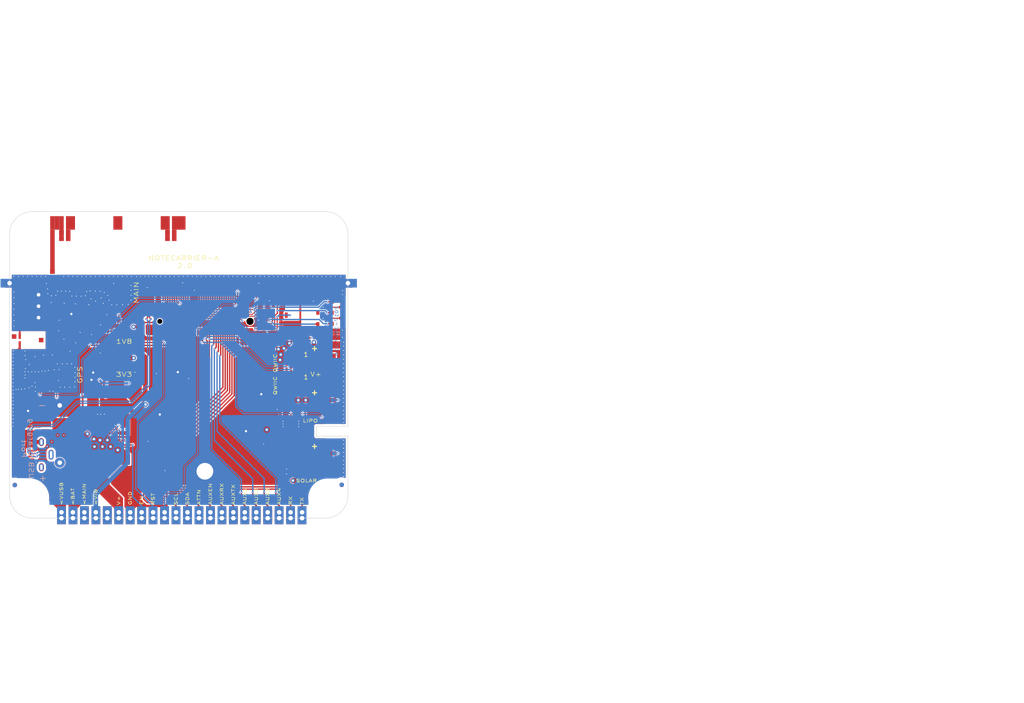
<source format=kicad_pcb>
(kicad_pcb (version 20221018) (generator pcbnew)
  (title_block (title "Notecarrier-A") (date "DRAFT") (rev "A") (company "Blues Inc   (Copyright (c) 2023 Blues Inc)") (comment 2 "Company: Empirical.EE") (comment 3 "Drawn by: Heath Raftery"))
  (layers (0 "F.Cu" signal) (1 "In1.Cu" signal) (2 "In2.Cu" signal) (31 "B.Cu" signal) (34 "B.Paste" user) (35 "F.Paste" user) (36 "B.SilkS" user "B.Silkscreen") (37 "F.SilkS" user "F.Silkscreen") (38 "B.Mask" user) (39 "F.Mask" user) (44 "Edge.Cuts" user))
  (net 0 "")
  (net 1 "/Connector/LTE_50_D")
  (net 2 "Net-(ANT1-MN1-A)")
  (net 3 "Net-(ANT1-MN1-B)")
  (net 5 "Net-(ANT1-MN2-A)")
  (net 6 "Net-(ANT1-MN2-B)")
  (net 9 "GND")
  (net 11 "/Connector/GPS_50_E")
  (net 12 "VBAT")
  (net 13 "VMAIN")
  (net 14 "+1V8")
  (net 15 "/Power/EN")
  (net 16 "+3V3")
  (net 17 "VUSB")
  (net 18 "VSOLAR")
  (net 19 "/Connector/SIM_VCC")
  (net 20 "Net-(J5-RST)")
  (net 21 "Net-(J5-CLK)")
  (net 22 "Net-(J5-I{slash}O)")
  (net 23 "/Connector/GPS_50_B")
  (net 24 "/Connector/GPS_50_C")
  (net 25 "VIO")
  (net 26 "RST")
  (net 27 "/Connector/LTE_50_B")
  (net 28 "/Connector/LTE_50_C")
  (net 29 "/Connector/GPS_50_D")
  (net 30 "V+")
  (net 31 "VIO_P")
  (net 32 "VMODEM_P")
  (net 33 "USB_DM")
  (net 34 "USB_DP")
  (net 37 "/Connector/SIM_NPRESENT")
  (net 39 "/Connector/SIM_RST")
  (net 40 "/Connector/SIM_IO")
  (net 41 "/Connector/SIM_CLK")
  (net 45 "VACT_GPS_OUT")
  (net 54 "AUX5")
  (net 55 "/Connector/SCL_P")
  (net 57 "/Connector/SDA_P")
  (net 60 "AUX1")
  (net 62 "AUX2")
  (net 64 "AUX3")
  (net 65 "AUX4")
  (net 67 "/Connector/ATTN_P")
  (net 69 "/Connector/AUX_EN_P")
  (net 70 "/Connector/AUX_RX_P")
  (net 72 "/Connector/AUX_TX_P")
  (net 74 "/Connector/RX_P")
  (net 76 "/Connector/TX_P")
  (net 77 "BOOT")
  (net 79 "/Connector/NRST")
  (net 83 "/Connector/LTE_50")
  (net 84 "/Connector/GPS_50")
  (net 85 "SCL")
  (net 86 "SDA")
  (net 87 "ATTN")
  (net 88 "AUX_EN")
  (net 89 "AUX_RX")
  (net 90 "AUX_TX")
  (net 91 "RX")
  (net 92 "TX")
  (net 94 "Net-(U2-LX)")
  (net 95 "Net-(U1-SW)")
  (net 96 "/Connector/GPS_50_A")
  (net 97 "Net-(U2-SEL)")
  (net 98 "Net-(U3-~{EN})")
  (net 99 "Net-(U3-ISET)")
  (net 100 "Net-(U3-TS)")
  (net 101 "Net-(U5-PON)")
  (net 102 "/Connector/LTE_50_A")
  (net 103 "Net-(RR1-R8_2)")
  (net 104 "Net-(RR1-R7_2)")
  (net 105 "Net-(RR1-R6_2)")
  (net 106 "Net-(RR1-R5_2)")
  (net 107 "Net-(RR1-R4_2)")
  (net 108 "Net-(RR1-R3_2)")
  (net 109 "Net-(RR1-R2_2)")
  (net 110 "Net-(RR1-R1_2)")
  (net 113 "Net-(J11-Shield)")
  (net 114 "Net-(DS5-K)")
  (footprint "blues-kicad-lib:CS-C-0402" (layer "F.Cu") (at 74.9047 113.8564 180)
    (fp_text reference "C9" hide)
    (fp_text value "100n/16V" hide)
  )
  (footprint "blues-kicad-lib:CS-C-1206" (layer "F.Cu") (at 63.0748 119.3674 90)
    (fp_text reference "C11" hide)
    (fp_text value "10n/1kV" hide)
  )
  (footprint "blues-kicad-lib:FORO-0330-U" (layer "F.Cu") (at 59.5 135.5)
    (fp_text reference "H3" hide)
    (fp_text value "MountingHole" hide)
  )
  (footprint "blues-kicad-lib:FRACTUS-0404_NO-SILK" (layer "F.Cu") (at 57.7648 110.0848 180)
    (fp_text reference "C21" hide)
    (fp_text value "1n/50V" hide)
  )
  (footprint "blues-kicad-lib:SOT666_NO-SILK" (layer "F.Cu") (at 111.3917 97.466 -90)
    (fp_text reference "TVS2" hide)
    (fp_text value "ESDLC5V0M5-TP" hide)
  )
  (footprint "blues-kicad-lib:FRACTUS-0404_NO-SILK" (layer "F.Cu") (at 90.75 76.68)
    (fp_text reference "R25" hide)
    (fp_text value "0R" hide)
  )
  (footprint "blues-kicad-lib:XFBGA8" (layer "F.Cu") (at 78.3346 120.5136)
    (fp_text reference "U1" hide)
    (fp_text value "TPS62748YFPT" hide)
  )
  (footprint "blues-kicad-lib:FRACTUS-0404_NO-SILK" (layer "F.Cu") (at 57.7509 105.822)
    (fp_text reference "C28" hide)
    (fp_text value "4.6p/50V-C0G" hide)
  )
  (footprint "blues-kicad-lib:RS-0402" (layer "F.Cu") (at 78.6571 122.7137 180)
    (fp_text reference "R1" hide)
    (fp_text value "10M/5%" hide)
  )
  (footprint "blues-kicad-lib:RR-8X-1506" (layer "F.Cu") (at 89.8541 134.8069 90)
    (fp_text reference "RR1" hide)
    (fp_text value "100R/5%" hide)
  )
  (footprint "blues-kicad-lib:PAD-THT-CAS-0100" (layer "F.Cu") (at 130 87.8705 90)
    (fp_text reference "PAD1" hide)
    (fp_text value "TPS" hide)
  )
  (footprint "blues-kicad-lib:WSON10-EXP_NO-SILK" (layer "F.Cu") (at 117.3599 118.9537 90)
    (fp_text reference "U3" hide)
    (fp_text value "BQ24210DQCT" hide)
  )
  (footprint "blues-kicad-lib:CS-C-0603" (layer "F.Cu") (at 77.894 116.965 180)
    (fp_text reference "C4" hide)
    (fp_text value "10u/10V-X5R" hide)
  )
  (footprint "blues-kicad-lib:J-4-0100-MDS-SH_NO-SILK" (layer "F.Cu") (at 119.4122 109.2528 180)
    (fp_text reference "J13" hide)
    (fp_text value "BM04B-SRSS-TBT" hide)
  )
  (footprint "blues-kicad-lib:WDFN6-0200X0200" (layer "F.Cu") (at 75.2704 111.4216 -90)
    (fp_text reference "U2" hide)
    (fp_text value "MAX17225ELT" hide)
  )
  (footprint "blues-kicad-lib:RS-0603" (layer "F.Cu") (at 119.9287 102.0378)
    (fp_text reference "R30" hide)
    (fp_text value "NU" hide)
  )
  (footprint "blues-kicad-lib:FRACTUS-0404_NO-SILK" (layer "F.Cu") (at 73.3155 88.3441 180)
    (fp_text reference "R27" hide)
    (fp_text value "0R" hide)
  )
  (footprint "blues-kicad-lib:FS-0603" (layer "F.Cu") (at 115.1968 101.1719 180)
    (fp_text reference "F2" hide)
    (fp_text value "3.5A/32V" hide)
  )
  (footprint "blues-kicad-lib:FORO-0330-U" (layer "F.Cu") (at 125.5 135.5)
    (fp_text reference "H4" hide)
    (fp_text value "MountingHole" hide)
  )
  (footprint "blues-kicad-lib:J-3-0254-FDT_H0508" (layer "F.Cu") (at 61.42 92.98 90)
    (fp_text reference "J10" hide)
    (fp_text value "00711" hide)
  )
  (footprint "blues-kicad-lib:J-4-0100-MDS-SH_NO-SILK" (layer "F.Cu") (at 119.4233 104.3282 180)
    (fp_text reference "J14" hide)
    (fp_text value "BM04B-SRSS-TBT" hide)
  )
  (footprint "blues-kicad-lib:FRACTUS-0404_NO-SILK" (layer "F.Cu") (at 67.25 78 180)
    (fp_text reference "C25" hide)
    (fp_text value "0.5p/50V-C0G" hide)
  )
  (footprint "blues-kicad-lib:FRACTUS-0404_NO-SILK" (layer "F.Cu") (at 57 103.7126 90)
    (fp_text reference "C29" hide)
    (fp_text value "1.1p/50V-C0G" hide)
  )
  (footprint "blues-kicad-lib:RS-0402" (layer "F.Cu") (at 118.3261 122.6372 180)
    (fp_text reference "R9" hide)
    (fp_text value "470R" hide)
  )
  (footprint "blues-kicad-lib:SMB" (layer "F.Cu") (at 80.3105 126.9647 -90)
    (fp_text reference "TVS1" hide)
    (fp_text value "SM6T6V8A" hide)
  )
  (footprint "blues-kicad-lib:J-3-MDS-UFL_NO-SILK" (layer "F.Cu") (at 79.8443 89.8979 -90)
    (fp_text reference "J7" hide)
    (fp_text value "uFL-R-SMT-1-10" hide)
  )
  (footprint "blues-kicad-lib:CS-C-0402" (layer "F.Cu") (at 75.4643 107.2137 180)
    (fp_text reference "C6" hide)
    (fp_text value "100n/16V" hide)
  )
  (footprint "blues-kicad-lib:J-2-0200-MDS-B2B-PH-SM4" (layer "F.Cu") (at 124.55 128.6253 -90)
    (fp_text reference "J3" hide)
    (fp_text value "B2B-PH-SM4-TBT(LF)(SN)" hide)
  )
  (footprint "blues-kicad-lib:SW_CJS-1200TA_NO-SILK" (layer "F.Cu") (at 79.522 104.4672 -90)
    (fp_text reference "SW1" hide)
    (fp_text value "CJS-1200TA" hide)
  )
  (footprint "blues-kicad-lib:FRACTUS-0404_NO-SILK" (layer "F.Cu") (at 71.069 89.0998 -90)
    (fp_text reference "L7" hide)
    (fp_text value "LQW18AN10NG80D" hide)
  )
  (footprint "blues-kicad-lib:SOT23" (layer "F.Cu") (at 78.25 98.536 -90)
    (fp_text reference "Q1" hide)
    (fp_text value "AO3420" hide)
  )
  (footprint "blues-kicad-lib:TO277-3" (layer "F.Cu") (at 70.2377 129.0043)
    (fp_text reference "DS3" hide)
    (fp_text value "FSV1045V" hide)
  )
  (footprint "blues-kicad-lib:SMB" (layer "F.Cu") (at 67.1224 123.6431 90)
    (fp_text reference "DS4" hide)
    (fp_text value "STPS3H100U" hide)
  )
  (footprint "blues-kicad-lib:RS-0402" (layer "F.Cu") (at 118.3265 121.5171 180)
    (fp_text reference "R10" hide)
    (fp_text value "10k" hide)
  )
  (footprint "blues-kicad-lib:CS-C-0402" (layer "F.Cu") (at 110.8767 90.7797)
    (fp_text reference "C16" hide)
    (fp_text value "100n/16V" hide)
  )
  (footprint "blues-kicad-lib:CS-C-1206" (layer "F.Cu") (at 74.8879 119.4512 90)
    (fp_text reference "C1" hide)
    (fp_text value "47u/16V-X5R" hide)
  )
  (footprint "blues-kicad-lib:CS-C-0402" (layer "F.Cu") (at 115.4563 116.7642 180)
    (fp_text reference "C13" hide)
    (fp_text value "1u/16V-X5R" hide)
  )
  (footprint "blues-kicad-lib:RS-0402" (layer "F.Cu") (at 76.7134 98.0917 -90)
    (fp_text reference "R21" hide)
    (fp_text value "1k" hide)
  )
  (footprint "blues-kicad-lib:J-3-MDS-UFL_NO-SILK" (layer "F.Cu") (at 67.4891 108.3449 -90)
    (fp_text reference "J8" hide)
    (fp_text value "uFL-R-SMT-1-10" hide)
  )
  (footprint "blues-kicad-lib:FORO-0330-U" (layer "F.Cu") (at 59.5 76.5)
    (fp_text reference "H1" hide)
    (fp_text value "MountingHole" hide)
  )
  (footprint "blues-kicad-lib:CS-C-1206" (layer "F.Cu") (at 118.986 129.6587 180)
    (fp_text reference "C12" hide)
    (fp_text value "10u/25V-X5R" hide)
  )
  (footprint "blues-kicad-lib:ANT-NN03310-LTE_NO-SILK" (layer "F.Cu") (at 79 74.5)
    (fp_text reference "ANT1" hide)
    (fp_text value "NN03-310" hide)
  )
  (footprint "blues-kicad-lib:CS-C-0402" (layer "F.Cu") (at 111.5559 95.6207 180)
    (fp_text reference "C18" hide)
    (fp_text value "33p/50V-C0G" hide)
  )
  (footprint "blues-kicad-lib:RS-0603" (layer "F.Cu") (at 111.3917 89.5697)
    (fp_text reference "R15" hide)
    (fp_text value "22R" hide)
  )
  (footprint "blues-kicad-lib:TO277-3" (layer "F.Cu") (at 117.686 126.0437 90)
    (fp_text reference "DS6" hide)
    (fp_text value "FSV1045V" hide)
  )
  (footprint "blues-kicad-lib:PAD-THT-CAS-0100" (layer "F.Cu") (at 55 87.8705 90)
    (fp_text reference "PAD2" hide)
    (fp_text value "TPS" hide)
  )
  (footprint "blues-kicad-lib:RS-0402" (layer "F.Cu") (at 61.7819 110.9961 -90)
    (fp_text reference "R18" hide)
    (fp_text value "200k" hide)
  )
  (footprint "blues-kicad-lib:DIST-WASMSIM0250" (layer "F.Cu") (at 98.2983 129.5943 -90)
    (fp_text reference "OBJ1" hide)
    (fp_text value "9774025151R" hide)
  )
  (footprint "blues-kicad-lib:FIDUCIAL" (layer "F.Cu") (at 128.6269 132.5928)
    (fp_text reference "FID2" hide)
    (fp_text value "TPS" hide)
  )
  (footprint "blues-kicad-lib:RS-0402" (layer "F.Cu") (at 110.8767 91.8997 180)
    (fp_text reference "R16" hide)
    (fp_text value "15k" hide)
  )
  (footprint "blues-kicad-lib:CS-C-0402" (layer "F.Cu") (at 76.5479 120.6662 90)
    (fp_text reference "C2" hide)
    (fp_text value "4.7u/6.3V-X5R" hide)
  )
  (footprint "blues-kicad-lib:RS-0402" (layer "F.Cu") (at 73.3555 111.8912 -90)
    (fp_text reference "R4" hide)
    (fp_text value "82k" hide)
  )
  (footprint "blues-kicad-lib:J-5-0065-FOS-MICROUSB10118192" (layer "F.Cu") (at 59.7 126.3 -90)
    (fp_text reference "J11" hide)
    (fp_text value "10118192-0002LF" hide)
  )
  (footprint "blues-kicad-lib:CS-C-0402" (layer "F.Cu") (at 113.406 90.7797 180)
    (fp_text reference "C17" hide)
    (fp_text value "33p/50V-C0G" hide)
  )
  (footprint "blues-kicad-lib:RR-8X-1506" (layer "F.Cu") (at 86.4526 131.417)
    (fp_text reference "RR2" hide)
    (fp_text value "100R/5%" hide)
  )
  (footprint "blues-kicad-lib:CS-C-0402" (layer "F.Cu") (at 70.7414 116.9169 180)
    (fp_text reference "C10" hide)
    (fp_text value "100n/16V" hide)
  )
  (footprint "blues-kicad-lib:FIDUCIAL" (layer "F.Cu") (at 56.1525 132.6549)
    (fp_text reference "FID1" hide)
    (fp_text value "TPS" hide)
  )
  (footprint "blues-kicad-lib:FRACTUS-0404_NO-SILK" (layer "F.Cu") (at 76.1155 88.3441 180)
    (fp_text reference "R28" hide)
    (fp_text value "0R" hide)
  )
  (footprint "blues-kicad-lib:FRACTUS-0404_NO-SILK" (layer "F.Cu") (at 67.25 76.68)
    (fp_text reference "L6" hide)
    (fp_text value "LQW18AN12NG80" hide)
  )
  (footprint "blues-kicad-lib:J-2-0200-MDS-B2B-PH-SM4" (layer "F.Cu") (at 124.55 116.811 -90)
    (fp_text reference "J4" hide)
    (fp_text value "B2B-PH-SM4-TBT(LF)(SN)" hide)
  )
  (footprint "blues-kicad-lib:CS-C-0402" (layer "F.Cu") (at 74.9047 114.9764 180)
    (fp_text reference "C8" hide)
    (fp_text value "10u/6.3V-X5R" hide)
  )
  (footprint "blues-kicad-lib:CS-C-0402" (layer "F.Cu") (at 64.4366 110.3353 -90)
    (fp_text reference "C22" hide)
    (fp_text value "1u/16V-X5R" hide)
  )
  (footprint "blues-kicad-lib:RS-0402" (layer "F.Cu") (at 117.8119 115.6396 180)
    (fp_text reference "R8" hide)
    (fp_text value "10k" hide)
  )
  (footprint "blues-kicad-lib:ANT-NN03320-GPS_NO-SILK" (layer "F.Cu") (at 59 100.5 90)
    (fp_text reference "ANT2" hide)
    (fp_text value "NN03-320" hide)
  )
  (footprint "blues-kicad-lib:FRACTUS-0404_NO-SILK" (layer "F.Cu") (at 67.2142 88.3441)
    (fp_text reference "C27" hide)
    (fp_text value "2.2p/50V-C0G" hide)
  )
  (footprint "blues-kicad-lib:CS-C-0402" (layer "F.Cu") (at 75.4643 108.3337 180)
    (fp_text reference "C7" hide)
    (fp_text value "10u/6.3V-X5R" hide)
  )
  (footprint "blues-kicad-lib:FRACTUS-0404_NO-SILK" (layer "F.Cu") (at 90.75 78)
    (fp_text reference "R26" hide)
    (fp_text value "NU" hide)
  )
  (footprint "blues-kicad-lib:J-2-0200-MDS-B2B-PH-SM4" (layer "F.Cu") (at 124.55 106.9713 -90)
    (fp_text reference "J12" hide)
    (fp_text value "B2B-PH-SM4-TBT(LF)(SN)" hide)
  )
  (footprint "blues-kicad-lib:FRACTUS-0404_NO-SILK" (layer "F.Cu") (at 64.5 86.05 90)
    (fp_text reference "L9" hide)
    (fp_text value "LQW15AN2N3G80D" hide)
  )
  (footprint "blues-kicad-lib:FRACTUS-0404_NO-SILK" (layer "F.Cu") (at 57.0106 107.9715 90)
    (fp_text reference "R29" hide)
    (fp_text value "0R" hide)
  )
  (footprint "blues-kicad-lib:RS-0402" (layer "F.Cu") (at 118.7208 116.7978)
    (fp_text reference "R6" hide)
    (fp_text value "10k" hide)
  )
  (footprint "blues-kicad-lib:XFDFN6_NO-SILK" (layer "F.Cu") (at 63.1024 108.7274 -90)
    (fp_text reference "U5" hide)
    (fp_text value "BGA725L6E6327FTSA1" hide)
  )
  (footprint "blues-kicad-lib:RS-0402" (layer "F.Cu") (at 62.9019 110.9961 90)
    (fp_text reference "R22" hide)
    (fp_text value "100k" hide)
  )
  (footprint "blues-kicad-lib:RS-0603" (layer "F.Cu") (at 111.3917 93.1097)
    (fp_text reference "R12" hide)
    (fp_text value "22R" hide)
  )
  (footprint "blues-kicad-lib:J-75-0050-MOS-M2-E" (layer "F.Cu") (at 98.2983 96.3443)
    (fp_text reference "J6" hide)
    (fp_text value "MDT420E01001" hide)
  )
  (footprint "blues-kicad-lib:FRACTUS-0404_NO-SILK" (layer "F.Cu") (at 69.449 89.0998 -90)
    (fp_text reference "C26" hide)
    (fp_text value "1p/50V-C0G" hide)
  )
  (footprint "blues-kicad-lib:FORO-0330-U" (layer "F.Cu") (at 125.5 76.5)
    (fp_text reference "H2" hide)
    (fp_text value "MountingHole" hide)
  )
  (footprint "blues-kicad-lib:FS-0603" (layer "F.Cu") (at 84.6897 97.5435)
    (fp_text reference "F1" hide)
    (fp_text value "SF-0603F150-2" hide)
  )
  (footprint "blues-kicad-lib:LS-XFL4020" (layer "F.Cu") (at 78.6728 111.2592 -90)
    (fp_text reference "L1" hide)
    (fp_text value "XFL4020-222MEC" hide)
  )
  (footprint "blues-kicad-lib:J-NANOSIM-SF72S006VBA_NO-FILL" (layer "F.Cu") (at 122.45 93.436 90)
    (fp_text reference "J5" hide)
    (fp_text value "NanoSIM - SF72S006VBAR2500" hide)
  )
  (footprint "blues-kicad-lib:CS-C-0402" (layer "F.Cu") (at 113.4815 93.4674 90)
    (fp_text reference "C19" hide)
    (fp_text value "33p/50V-C0G" hide)
  )
  (footprint "blues-kicad-lib:RS-0603" (layer "F.Cu") (at 119.9287 100.7378)
    (fp_text reference "R31" hide)
    (fp_text value "NU" hide)
  )
  (footprint "blues-kicad-lib:LS-0806" (layer "F.Cu") (at 80.519 120.315 90)
    (fp_text reference "L2" hide)
    (fp_text value "1285AS-H-2R2M=P2" hide)
  )
  (footprint "blues-kicad-lib:CS-C-0402" (layer "F.Cu") (at 77.7912 100.0958 180)
    (fp_text reference "C23" hide)
    (fp_text value "100n/16V" hide)
  )
  (footprint "blues-kicad-lib:TO277-3" (layer "F.Cu") (at 75.2686 129.0042)
    (fp_text reference "DS2" hide)
    (fp_text value "FSV1045V" hide)
  )
  (footprint "blues-kicad-lib:CS-C-0402" (layer "F.Cu") (at 80.6771 122.7137)
    (fp_text reference "C5" hide)
    (fp_text value "100n/16V" hide)
  )
  (footprint "blues-kicad-lib:SMB" (layer "F.Cu") (at 71.4224 123.6431 90)
    (fp_text reference "DS5" hide)
    (fp_text value "STPS3H100U" hide)
  )
  (footprint "blues-kicad-lib:CS-C-0603" (layer "F.Cu") (at 77.894 118.265 180)
    (fp_text reference "C3" hide)
    (fp_text value "10u/10V-X5R" hide)
  )
  (footprint "blues-kicad-lib:J-22-0254-FDT-H0508_EDGE" (layer "F.Cu") (at 93.17 138.7)
    (fp_text reference "J9" hide)
    (fp_text value "12734" hide)
  )
  (footprint "blues-kicad-lib:FRACTUS-0404_NO-SILK" (layer "F.Cu") (at 60.4542 108.74 180)
    (fp_text reference "L5" hide)
    (fp_text value "LQW15AN7N5H00D" hide)
  )
  (footprint "blues-kicad-lib:RS-0603" (layer "F.Cu") (at 111.3917 94.4097)
    (fp_text reference "R14" hide)
    (fp_text value "22R" hide)
  )
  (footprint "blues-kicad-lib:FRACTUS-0404_NO-SILK" (layer "F.Cu") (at 64.5 89.0943 -90)
    (fp_text reference "L8" hide)
    (fp_text value "LQW18AN8N4G80D" hide)
  )
  (footprint "blues-kicad-lib:RS-1206" (layer "F.Cu") (at 60.9248 119.3424 90)
    (fp_text reference "R5" hide)
    (fp_text value "1M" hide)
  )
  (footprint "blues-kicad-lib:TPS-SPEA" (layer "B.Cu") (at 126.84 125.6253 180)
    (fp_text reference "TP5" hide)
    (fp_text value "TPS" hide)
  )
  (footprint "blues-kicad-lib:FIDUCIAL" (layer "B.Cu") (at 128.6269 132.5928 -90)
    (fp_text reference "FID4" hide)
    (fp_text value "TPS" hide)
  )
  (footprint "blues-kicad-lib:J-5-0065-FDS-UUSB1051330001_NO-SILK" (layer "B.Cu") (at 62.0484 125.9125 -90)
    (fp_text reference "J2" hide)
    (fp_text value "NU" hide)
  )
  (footprint "blues-kicad-lib:TPS-SPEA" (layer "B.Cu") (at 126.5592 113.811 180)
    (fp_text reference "TP4" hide)
    (fp_text value "TPS" hide)
  )
  (footprint "blues-kicad-lib:FIDUCIAL" (layer "B.Cu") (at 56.1525 132.6549 -90)
    (fp_text reference "FID3" hide)
    (fp_text value "TPS" hide)
  )
  (footprint "blues-kicad-lib:BATHLD-2464-NO_MECH" (layer "B.Cu") (at 92.5185 112.7618 180)
    (fp_text reference "BAT1" hide)
    (fp_text value "NU" hide)
  )
  (gr_arc (start 55 77) (mid 56.464466 73.464466) (end 60 72) (stroke (width 0.1)) (layer "Edge.Cuts"))
  (gr_arc (start 130 135) (mid 128.535534 138.535534) (end 125 140) (stroke (width 0.1)) (layer "Edge.Cuts"))
  (gr_line (start 123 119.6) (end 123 121.8) (stroke (width 0.1)) (layer "Edge.Cuts"))
  (gr_line (start 60 72) (end 125 72) (stroke (width 0.1)) (layer "Edge.Cuts"))
  (gr_line (start 55 135) (end 55 77) (stroke (width 0.1)) (layer "Edge.Cuts"))
  (gr_line (start 123 121.8) (end 130 121.8) (stroke (width 0.1)) (layer "Edge.Cuts"))
  (gr_line (start 130 119.6) (end 123 119.6) (stroke (width 0.1)) (layer "Edge.Cuts"))
  (gr_arc (start 125 72) (mid 128.535534 73.464466) (end 130 77) (stroke (width 0.1)) (layer "Edge.Cuts"))
  (gr_line (start 130 77) (end 130 119.6) (stroke (width 0.1)) (layer "Edge.Cuts"))
  (gr_line (start 125 140) (end 60 140) (stroke (width 0.1)) (layer "Edge.Cuts"))
  (gr_arc (start 60 140) (mid 56.464466 138.535534) (end 55 135) (stroke (width 0.1)) (layer "Edge.Cuts"))
  (gr_line (start 130 121.8) (end 130 135) (stroke (width 0.1)) (layer "Edge.Cuts"))
  (gr_text "2017-3047_V16" (at 127.9 92.85 90) (layer "B.Cu") (effects (font (size 0.7 0.9) (thickness 0.0875)) (justify left bottom mirror)))
  (gr_text "USB Charging\nPort" (at 57.6 124.6 270) (layer "B.SilkS") (effects (font (size 1 1.3) (thickness 0.125)) (justify bottom mirror)))
  (gr_text "SCL" (at 92.3 137.1673 90) (layer "F.SilkS") (effects (font (size 0.7 1) (thickness 0.12)) (justify left bottom)))
  (gr_text "AUXEN" (at 99.92 137.1248 90) (layer "F.SilkS") (effects (font (size 0.7 1) (thickness 0.12)) (justify left bottom)))
  (gr_text "GPS" (at 71.2 110.2 90) (layer "F.SilkS") (effects (font (size 1 1.3) (thickness 0.125)) (justify left bottom)))
  (gr_text "RST" (at 87.22 137.1835 90) (layer "F.SilkS") (effects (font (size 0.7 1) (thickness 0.12)) (justify left bottom)))
  (gr_text "QWIIC" (at 114.3 112.7553 90) (layer "F.SilkS") (effects (font (size 0.7 1) (thickness 0.12) bold) (justify left bottom)))
  (gr_text "+" (at 121.7 112.8) (layer "F.SilkS") (effects (font (size 1.2 1.2) (thickness 0.25) bold) (justify left bottom)))
  (gr_text "2" (at 92.1 84.6) (layer "F.SilkS") (effects (font (size 1 1.2) (thickness 0.125)) (justify left bottom)))
  (gr_text "RX" (at 117.7 137.1584 90) (layer "F.SilkS") (effects (font (size 0.7 1) (thickness 0.12)) (justify left bottom)))
  (gr_text "V+" (at 79.6 137.1751 90) (layer "F.SilkS") (effects (font (size 0.7 1) (thickness 0.12)) (justify left bottom)))
  (gr_text "AUX1" (at 107.54 137.1308 90) (layer "F.SilkS") (effects (font (size 0.7 1) (thickness 0.12)) (justify left bottom)))
  (gr_text "NOTECARRIER-A" (at 85.6124 82.9) (layer "F.SilkS") (effects (font (size 1 1.3) (thickness 0.125)) (justify left bottom)))
  (gr_text "QWIIC" (at 114.3 107.7341 90) (layer "F.SilkS") (effects (font (size 0.7 1) (thickness 0.12) bold) (justify left bottom)))
  (gr_text "0" (at 94.3 84.6) (layer "F.SilkS") (effects (font (size 1 1.2) (thickness 0.125)) (justify left bottom)))
  (gr_text "GND" (at 82.14 137.1738 90) (layer "F.SilkS") (effects (font (size 0.7 1) (thickness 0.12)) (justify left bottom)))
  (gr_text "V+" (at 121.5794 108.663) (layer "F.SilkS") (effects (font (size 1 1.2) (thickness 0.125)) (justify left bottom)))
  (gr_text "AUX2" (at 110.08 137.1308 90) (layer "F.SilkS") (effects (font (size 0.7 1) (thickness 0.12)) (justify left bottom)))
  (gr_text "<MAIN" (at 71.98 137.1141 90) (layer "F.SilkS") (effects (font (size 0.7 1) (thickness 0.12)) (justify left bottom)))
  (gr_text "<VUSB" (at 66.9 137.2 90) (layer "F.SilkS") (effects (font (size 0.7 1) (thickness 0.12)) (justify left bottom)))
  (gr_text "TX" (at 120.24 137.1584 90) (layer "F.SilkS") (effects (font (size 0.7 1) (thickness 0.12)) (justify left bottom)))
  (gr_text "1V8" (at 78.5 101.4) (layer "F.SilkS") (effects (font (size 1 1.3) (thickness 0.125)) (justify left bottom)))
  (gr_text "<VIO" (at 74.52 137.2 90) (layer "F.SilkS") (effects (font (size 0.7 1) (thickness 0.12)) (justify left bottom)))
  (gr_text "ATTN" (at 97.38 137.1236 90) (layer "F.SilkS") (effects (font (size 0.7 1) (thickness 0.12)) (justify left bottom)))
  (gr_text "+" (at 121.7 124.7) (layer "F.SilkS") (effects (font (size 1.2 1.2) (thickness 0.25) bold) (justify left bottom)))
  (gr_text "." (at 93.5 84.6) (layer "F.SilkS") (effects (font (size 1 1) (thickness 0.1)) (justify left bottom)))
  (gr_text "+" (at 121.7 103) (layer "F.SilkS") (effects (font (size 1.2 1.2) (thickness 0.25) bold) (justify left bottom)))
  (gr_text "AUXRX" (at 102.46 137.1322 90) (layer "F.SilkS") (effects (font (size 0.7 1) (thickness 0.12)) (justify left bottom)))
  (gr_text "MAIN" (at 83.7 92.5 90) (layer "F.SilkS") (effects (font (size 1 1.4) (thickness 0.125)) (justify left bottom)))
  (gr_text "LIPO" (at 119.9219 118.8) (layer "F.SilkS") (effects (font (size 0.7 1) (thickness 0.12) bold) (justify left bottom)))
  (gr_text "<BAT" (at 69.44 137.2 90) (layer "F.SilkS") (effects (font (size 0.7 1) (thickness 0.12)) (justify left bottom)))
  (gr_text "3V3" (at 78.5 108.7) (layer "F.SilkS") (effects (font (size 1 1.3) (thickness 0.125)) (justify left bottom)))
  (gr_text "SDA" (at 94.84 137.1823 90) (layer "F.SilkS") (effects (font (size 0.7 1) (thickness 0.12)) (justify left bottom)))
  (gr_text "AUXTX" (at 105 137.1396 90) (layer "F.SilkS") (effects (font (size 0.7 1) (thickness 0.12)) (justify left bottom)))
  (gr_text "AUX3" (at 112.62 137.1382 90) (layer "F.SilkS") (effects (font (size 0.7 1) (thickness 0.12)) (justify left bottom)))
  (gr_text "AUX4" (at 115.16 137.1457 90) (layer "F.SilkS") (effects (font (size 0.7 1) (thickness 0.12)) (justify left bottom)))
  (gr_text "EN" (at 84.68 137.1226 90) (layer "F.SilkS") (effects (font (size 0.7 1) (thickness 0.12)) (justify left bottom)))
  (gr_text "SOLAR" (at 118.4 132.1) (layer "F.SilkS") (effects (font (size 0.7 1) (thickness 0.12) bold) (justify left bottom)))
  (segment (start 66.5 74.5) (end 66.5 76.68) (width 0.68) (layer "F.Cu") (net 2))
  (segment (start 66.5 76.68) (end 66.5 78) (width 0.68) (layer "F.Cu") (net 2))
  (segment (start 119.4233 104.3282) (end 119.9015 104.3282) (width 0.4) (layer "F.Cu") (net 9))
  (segment (start 129.2754 87.8822) (end 129.2871 87.8705) (width 0.4) (layer "F.Cu") (net 9))
  (segment (start 122.3621 91.876) (end 123.33 91.876) (width 0.3) (layer "F.Cu") (net 9))
  (segment (start 121.2218 99.011) (end 122.35 99.011) (width 0.4) (layer "F.Cu") (net 9))
  (segment (start 69.8032 116.9169) (end 70.2914 116.9169) (width 0.4) (layer "F.Cu") (net 9))
  (segment (start 117.2 87.836) (end 117.2 87.4328) (width 0.4) (layer "F.Cu") (net 9))
  (segment (start 91.7797 92.3464) (end 91.5483 92.115) (width 0.3) (layer "F.Cu") (net 9))
  (segment (start 76.7134 97.6417) (end 76.7134 97.1535) (width 0.4) (layer "F.Cu") (net 9))
  (segment (start 76.2252 97.6417) (end 76.7134 97.6417) (width 0.4) (layer "F.Cu") (net 9))
  (segment (start 118.2 98.511) (end 118.7282 98.511) (width 0.4) (layer "F.Cu") (net 9))
  (segment (start 77.715 120.7136) (end 77.6835 120.6821) (width 0.2) (layer "F.Cu") (net 9))
  (segment (start 103.0483 90.036) (end 103.0483 91.0693) (width 0.3) (layer "F.Cu") (net 9))
  (segment (start 78.1346 120.7136) (end 77.715 120.7136) (width 0.2) (layer "F.Cu") (net 9))
  (segment (start 112.4678 90.7797) (end 112.956 90.7797) (width 0.4) (layer "F.Cu") (net 9))
  (segment (start 121.6218 127.6253) (end 124.55 127.6253) (width 0.4) (layer "F.Cu") (net 9))
  (segment (start 97.0215 90.0673) (end 97.0483 90.0941) (width 0.3) (layer "F.Cu") (net 9))
  (segment (start 109.8729 97.466) (end 110.5867 97.466) (width 0.25) (layer "F.Cu") (net 9))
  (segment (start 109.8353 97.4284) (end 109.8729 97.466) (width 0.25) (layer "F.Cu") (net 9))
  (segment (start 115.25 92.216) (end 115.6782 92.216) (width 0.4) (layer "F.Cu") (net 9))
  (segment (start 107.0394 92.2059) (end 107.0483 92.197) (width 0.3) (layer "F.Cu") (net 9))
  (segment (start 77.5861 120.6821) (end 77.4049 120.5009) (width 0.2) (layer "F.Cu") (net 9))
  (segment (start 113.2374 92.5292) (end 113.4815 93.0174) (width 0.4) (layer "F.Cu") (net 9))
  (segment (start 100.0754 89.9551) (end 100.0483 89.9822) (width 0.3) (layer "F.Cu") (net 9))
  (segment (start 107.0483 90.0536) (end 107.0483 91.0693) (width 0.3) (layer "F.Cu") (net 9))
  (segment (start 60.8742 127.597) (end 60.8628 127.597) (width 0.4) (layer "F.Cu") (net 9))
  (segment (start 103.0731 92.1893) (end 103.0483 92.1645) (width 0.3) (layer "F.Cu") (net 9))
  (segment (start 101.5462 92.1669) (end 101.5483 92.1648) (width 0.3) (layer "F.Cu") (net 9))
  (segment (start 121.6218 115.811) (end 124.55 115.811) (width 0.4) (layer "F.Cu") (net 9))
  (segment (start 81.1271 122.7137) (end 81.1271 122.2255) (width 0.4) (layer "F.Cu") (net 9))
  (segment (start 57.25 98.2215) (end 57.25 99.625) (width 0.4) (layer "F.Cu") (net 9))
  (segment (start 127.2 99.011) (end 128.8282 99.011) (width 0.4) (layer "F.Cu") (net 9))
  (segment (start 117.2 87.836) (end 118.5782 87.836) (width 0.4) (layer "F.Cu") (net 9))
  (segment (start 64.4366 110.7853) (end 64.9248 110.7853) (width 0.4) (layer "F.Cu") (net 9))
  (segment (start 100.0417 92.1781) (end 100.0483 92.1715) (width 0.3) (layer "F.Cu") (net 9))
  (segment (start 114.5181 116.7642) (end 115.0063 116.7642) (width 0.4) (layer "F.Cu") (net 9))
  (segment (start 115.0063 117.2524) (end 115.0063 116.7642) (width 0.4) (layer "F.Cu") (net 9))
  (segment (start 77.4049 120.5009) (end 76.8326 120.5009) (width 0.2) (layer "F.Cu") (net 9))
  (segment (start 127.2 87.836) (end 128.8282 87.836) (width 0.4) (layer "F.Cu") (net 9))
  (segment (start 89.5483 91.0693) (end 89.5483 90.1081) (width 0.3) (layer "F.Cu") (net 9))
  (segment (start 119.4122 109.2528) (end 119.4122 108.2996) (width 0.4) (layer "F.Cu") (net 9))
  (segment (start 64.4366 111.2735) (end 64.4366 110.7853) (width 0.4) (layer "F.Cu") (net 9))
  (segment (start 60.8742 127.6) (end 60.8742 127.597) (width 0.4) (layer "F.Cu") (net 9))
  (segment (start 90.2656 99.717) (end 90.2983 99.6843) (width 0.3) (layer "F.Cu") (net 9))
  (segment (start 81.1271 122.7137) (end 81.6153 122.7137) (width 0.4) (layer "F.Cu") (net 9))
  (segment (start 77.6835 120.6821) (end 77.5861 120.6821) (width 0.2) (layer "F.Cu") (net 9))
  (segment (start 129.2871 87.8705) (end 130 87.8705) (width 0.4) (layer "F.Cu") (net 9))
  (segment (start 119.4122 109.2528) (end 119.8904 109.2528) (width 0.4) (layer "F.Cu") (net 9))
  (segment (start 124.55 105.9713) (end 124.55 105.2931) (width 0.4) (layer "F.Cu") (net 9))
  (segment (start 122.3522 91.8661) (end 122.3621 91.876) (width 0.3) (layer "F.Cu") (net 9))
  (segment (start 124.5238 93.196) (end 124.5227 93.1949) (width 0.2) (layer "F.Cu") (net 9))
  (segment (start 76.8326 120.5009) (end 76.5479 120.2162) (width 0.2) (layer "F.Cu") (net 9))
  (segment (start 56.3197 87.8682) (end 56.3174 87.8705) (width 0.4) (layer "F.Cu") (net 9))
  (segment (start 111.3267 90.7797) (end 111.8149 90.5356) (width 0.4) (layer "F.Cu") (net 9))
  (segment (start 63.4197 109.5688) (end 63.3024 109.4515) (width 0.2) (layer "F.Cu") (net 9))
  (segment (start 93.2858 99.7338) (end 93.2983 99.7213) (width 0.3) (layer "F.Cu") (net 9))
  (segment (start 89.8712 92.1611) (end 90.0483 91.984) (width 0.3) (layer "F.Cu") (net 9))
  (segment (start 115.25 96.616) (end 115.25 95.7378) (width 0.4) (layer "F.Cu") (net 9))
  (segment (start 118.7761 122.6372) (end 119.2643 122.6372) (width 0.4) (layer "F.Cu") (net 9))
  (segment (start 115.25 92.216) (end 115.25 91.3378) (width 0.4) (layer "F.Cu") (net 9))
  (segment (start 93.2634 97.4659) (end 93.2983 97.5008) (width 0.3) (layer "F.Cu") (net 9))
  (segment (start 118.7761 122.6372) (end 118.7761 122.149) (width 0.4) (layer "F.Cu") (net 9))
  (segment (start 63.9484 110.7853) (end 64.4366 110.7853) (width 0.4) (layer "F.Cu") (net 9))
  (segment (start 89.5483 90.1081) (end 89.5483 89.8793) (width 0.3) (layer "F.Cu") (net 9))
  (segment (start 119.4233 105.2814) (end 119.4233 104.3282) (width 0.4) (layer "F.Cu") (net 9))
  (segment (start 91.5483 89.9609) (end 91.5483 91.0693) (width 0.3) (layer "F.Cu") (net 9))
  (segment (start 79.5718 98.536) (end 80.15 98.536) (width 0.4) (layer "F.Cu") (net 9))
  (segment (start 62.9019 111.9343) (end 62.9019 111.4461) (width 0.4) (layer "F.Cu") (net 9))
  (segment (start 107.0483 92.197) (end 107.0483 91.0693) (width 0.3) (layer "F.Cu") (net 9))
  (segment (start 117.2 88.2392) (end 117.2 87.836) (width 0.4) (layer "F.Cu") (net 9))
  (segment (start 76.7134 97.6417) (end 77.2016 97.6417) (width 0.4) (layer "F.Cu") (net 9))
  (segment (start 90.0483 90.0121) (end 90.0483 91.0693) (width 0.3) (layer "F.Cu") (net 9))
  (segment (start 117.3599 119.9037) (end 117.3599 118.9537) (width 0.25) (layer "F.Cu") (net 9))
  (segment (start 128.35 93.196) (end 124.5238 93.196) (width 0.2) (layer "F.Cu") (net 9))
  (segment (start 128.35 95.636) (end 124.5097 95.636) (width 0.2) (layer "F.Cu") (net 9))
  (segment (start 59.825 127.6) (end 60.8742 127.6) (width 0.4) (layer "F.Cu") (net 9))
  (segment (start 122.35 87.836) (end 123.4782 87.836) (width 0.4) (layer "F.Cu") (net 9))
  (segment (start 89.5483 90.1081) (end 89.5188 90.0786) (width 0.3) (layer "F.Cu") (net 9))
  (segment (start 124.55 106.6495) (end 124.55 105.9713) (width 0.4) (layer "F.Cu") (net 9))
  (segment (start 115.9817 118.9537) (end 117.3599 118.9537) (width 0.4) (layer "F.Cu") (net 9))
  (segment (start 97.0327 92.0883) (end 97.0483 92.0727) (width 0.3) (layer "F.Cu") (net 9))
  (segment (start 98.5148 89.9551) (end 98.5483 89.9886) (width 0.3) (layer "F.Cu") (net 9))
  (segment (start 93.2983 99.7213) (end 93.2983 98.6193) (width 0.3) (layer "F.Cu") (net 9))
  (segment (start 117.3599 118.9537) (end 118.7381 118.9537) (width 0.4) (layer "F.Cu") (net 9))
  (segment (start 113.4815 93.0174) (end 113.4815 92.5292) (width 0.4) (layer "F.Cu") (net 9))
  (segment (start 115.25 97.4942) (end 115.25 96.616) (width 0.4) (layer "F.Cu") (net 9))
  (segment (start 100.0483 89.9822) (end 100.0483 91.0693) (width 0.3) (layer "F.Cu") (net 9))
  (segment (start 124.55 115.811) (end 127.4782 115.811) (width 0.4) (layer "F.Cu") (net 9))
  (segment (start 77.3412 100.0958) (end 77.3412 99.6076) (width 0.4) (layer "F.Cu") (net 9))
  (segment (start 78.5346 119.5773) (end 78.3706 119.4133) (width 0.2) (layer "F.Cu") (net 9))
  (segment (start 103.0956 89.9887) (end 103.0483 90.036) (width 0.3) (layer "F.Cu") (net 9))
  (segment (start 127.2 87.836) (end 127.2 87.4328) (width 0.4) (layer "F.Cu") (net 9))
  (segment (start 112.956 91.2679) (end 112.956 90.7797) (width 0.4) (layer "F.Cu") (net 9))
  (segment (start 114.8218 92.216) (end 115.25 92.216) (width 0.4) (layer "F.Cu") (net 9))
  (segment (start 89.5483 89.8793) (end 89.585 89.8426) (width 0.3) (layer "F.Cu") (net 9))
  (segment (start 80.15 98.536) (end 80.7282 98.536) (width 0.4) (layer "F.Cu") (net 9))
  (segment (start 118.7765 122.0053) (end 118.7765 121.5171) (width 0.4) (layer "F.Cu") (net 9))
  (segment (start 98.5372 92.0995) (end 98.5483 92.0884) (width 0.3) (layer "F.Cu") (net 9))
  (segment (start 115.8218 87.836) (end 117.2 87.836) (width 0.4) (layer "F.Cu") (net 9))
  (segment (start 127.2 88.2392) (end 127.2 87.836) (width 0.4) (layer "F.Cu") (net 9))
  (segment (start 98.5483 92.0884) (end 98.5483 91.0693) (width 0.3) (layer "F.Cu") (net 9))
  (segment (start 110.6177 95.6207) (end 111.1059 95.6207) (width 0.4) (layer "F.Cu") (net 9))
  (segment (start 120 98.686) (end 120 98.1578) (width 0.4) (layer "F.Cu") (net 9))
  (segment (start 78.5346 119.9136) (end 78.5346 119.5773) (width 0.2) (layer "F.Cu") (net 9))
  (segment (start 118.7761 123.1254) (end 118.7761 122.6372) (width 0.4) (layer "F.Cu") (net 9))
  (segment (start 125.5718 99.011) (end 127.2 99.011) (width 0.4) (layer "F.Cu") (net 9))
  (segment (start 90.2983 98.6193) (end 90.2983 97.5496) (width 0.3) (layer "F.Cu") (net 9))
  (segment (start 97.0483 92.0727) (end 97.0483 91.0693) (width 0.3) (layer "F.Cu") (net 9))
  (segment (start 103.0483 92.1645) (end 103.0483 91.0693) (width 0.3) (layer "F.Cu") (net 9))
  (segment (start 118.7765 121.5171) (end 119.2647 121.5171) (width 0.4) (layer "F.Cu") (net 9))
  (segment (start 115.0063 116.7642) (end 115.0063 116.276) (width 0.4) (layer "F.Cu") (net 9))
  (segment (start 90.1615 89.8989) (end 90.0483 90.0121) (width 0.3) (layer "F.Cu") (net 9))
  (segment (start 124.55 105.9713) (end 127.4782 105.9713) (width 0.4) (layer "F.Cu") (net 9))
  (segment (start 110.6177 96.1089) (end 111.1059 95.6207) (width 0.4) (layer "F.Cu") (net 9))
  (segment (start 80.15 98.536) (end 80.15 97.9078) (width 0.4) (layer "F.Cu") (net 9))
  (segment (start 117.6718 98.511) (end 118.2 98.511) (width 0.4) (layer "F.Cu") (net 9))
  (segment (start 93.2983 97.5008) (end 93.2983 98.6193) (width 0.3) (layer "F.Cu") (net 9))
  (segment (start 91.5483 92.115) (end 91.5483 91.0693) (width 0.3) (layer "F.Cu") (net 9))
  (segment (start 80.15 99.1642) (end 80.15 98.536) (width 0.4) (layer "F.Cu") (net 9))
  (segment (start 118.2 98.511) (end 118.2 97.9578) (width 0.4) (layer "F.Cu") (net 9))
  (segment (start 124.55 116.4892) (end 124.55 115.811) (width 0.4) (layer "F.Cu") (net 9))
  (segment (start 70.2914 116.9169) (end 70.2914 116.4287) (width 0.4) (layer "F.Cu") (net 9))
  (segment (start 106.5483 92.2142) (end 106.5483 91.0693) (width 0.3) (layer "F.Cu") (net 9))
  (segment (start 124.55 127.6253) (end 127.4782 127.6253) (width 0.4) (layer "F.Cu") (net 9))
  (segment (start 91.5425 89.9551) (end 91.5483 89.9609) (width 0.3) (layer "F.Cu") (net 9))
  (segment (start 106.972 89.9773) (end 107.0483 90.0536) (width 0.3) (layer "F.Cu") (net 9))
  (segment (start 125.5718 87.836) (end 127.2 87.836) (width 0.4) (layer "F.Cu") (net 9))
  (segment (start 57.2629 98.2086) (end 57.25 98.2215) (width 0.4) (layer "F.Cu") (net 9))
  (segment (start 124.55 115.811) (end 124.55 115.1328) (width 0.4) (layer "F.Cu") (net 9))
  (segment (start 122.35 87.836) (end 122.35 87.4328) (width 0.4) (layer "F.Cu") (net 9))
  (segment (start 122.35 99.011) (end 122.35 98.6078) (width 0.4) (layer "F.Cu") (net 9))
  (segment (start 120 99.2142) (end 120 98.686) (width 0.4) (layer "F.Cu") (net 9))
  (segment (start 101.5483 92.1648) (end 101.5483 91.0693) (width 0.3) (layer "F.Cu") (net 9))
  (segment (start 122.35 99.4142) (end 122.35 99.011) (width 0.4) (layer "F.Cu") (net 9))
  (segment (start 124.55 127.6253) (end 124.55 126.9471) (width 0.4) (layer "F.Cu") (net 9))
  (segment (start 101.5483 90.0245) (end 101.5483 91.0693) (width 0.3) (layer "F.Cu") (net 9))
  (segment (start 122.35 88.2392) (end 122.35 87.836) (width 0.4) (layer "F.Cu") (net 9))
  (segment (start 90.0483 91.984) (end 90.0483 91.0693) (width 0.3) (layer "F.Cu") (net 9))
  (segment (start 90.2983 99.6843) (end 90.2983 98.6193) (width 0.3) (layer "F.Cu") (net 9))
  (segment (start 115.25 96.616) (end 115.6782 96.616) (width 0.4) (layer "F.Cu") (net 9))
  (segment (start 118.2 99.0642) (end 118.2 98.511) (width 0.4) (layer "F.Cu") (net 9))
  (segment (start 124.5097 95.636) (end 124.5039 95.6418) (width 0.2) (layer "F.Cu") (net 9))
  (segment (start 115.25 93.0942) (end 115.25 92.216) (width 0.4) (layer "F.Cu") (net 9))
  (segment (start 100.0483 92.1715) (end 100.0483 91.0693) (width 0.3) (layer "F.Cu") (net 9))
  (segment (start 62.9024 107.8017) (end 62.9024 108.3274) (width 0.2) (layer "F.Cu") (net 9))
  (segment (start 101.4676 89.9438) (end 101.5483 90.0245) (width 0.3) (layer "F.Cu") (net 9))
  (segment (start 127.2 99.4142) (end 127.2 99.011) (width 0.4) (layer "F.Cu") (net 9))
  (segment (start 106.5454 92.2171) (end 106.5483 92.2142) (width 0.3) (layer "F.Cu") (net 9))
  (segment (start 121.2218 87.836) (end 122.35 87.836) (width 0.4) (layer "F.Cu") (net 9))
  (segment (start 119.4718 98.686) (end 120 98.686) (width 0.4) (layer "F.Cu") (net 9))
  (segment (start 98.5483 89.9886) (end 98.5483 91.0693) (width 0.3) (layer "F.Cu") (net 9))
  (segment (start 120 98.686) (end 120.5282 98.686) (width 0.4) (layer "F.Cu") (net 9))
  (segment (start 77.3412 100.584) (end 77.3412 100.0958) (width 0.4) (layer "F.Cu") (net 9))
  (segment (start 122.35 99.011) (end 123.4782 99.011) (width 0.4) (layer "F.Cu") (net 9))
  (segment (start 119.4122 110.206) (end 119.4122 109.2528) (width 0.4) (layer "F.Cu") (net 9))
  (segment (start 111.3267 90.7797) (end 111.8149 90.7797) (width 0.4) (layer "F.Cu") (net 9))
  (segment (start 97.0483 90.0941) (end 97.0483 91.0693) (width 0.3) (layer "F.Cu") (net 9))
  (segment (start 56.3174 87.8705) (end 55 87.8705) (width 0.4) (layer "F.Cu") (net 9))
  (segment (start 76.853 100.0958) (end 77.3412 100.0958) (width 0.4) (layer "F.Cu") (net 9))
  (segment (start 63.3024 109.4515) (end 63.3024 109.1274) (width 0.2) (layer "F.Cu") (net 9))
  (segment (start 81.1271 123.2019) (end 81.1271 122.7137) (width 0.4) (layer "F.Cu") (net 9))
  (segment (start 124.55 128.3035) (end 124.55 127.6253) (width 0.4) (layer "F.Cu") (net 9))
  (segment (start 118.7765 121.5171) (end 118.7765 121.0289) (width 0.4) (layer "F.Cu") (net 9))
  (segment (start 62.9019 111.4461) (end 63.3901 111.4461) (width 0.4) (layer "F.Cu") (net 9))
  (segment (start 67.2475 110.8889) (end 67.1988 110.9376) (width 0.2) (layer "F.Cu") (net 9))
  (segment (start 127.2 99.011) (end 127.2 98.6078) (width 0.4) (layer "F.Cu") (net 9))
  (segment (start 106.5483 89.9294) (end 106.5483 91.0693) (width 0.3) (layer "F.Cu") (net 9))
  (segment (start 106.551 89.9267) (end 106.5483 89.9294) (width 0.3) (layer "F.Cu") (net 9))
  (via (at 59 86.395) (size 0.45) (drill 0.2) (layers "F.Cu" "B.Cu") (net 9))
  (via (at 115.6 118.5) (size 0.45) (drill 0.2) (layers "F.Cu" "B.Cu") (net 9))
  (via (at 129 114.3) (size 0.45) (drill 0.2) (layers "F.Cu" "B.Cu") (net 9))
  (via (at 62.503 103.8211) (size 0.45) (drill 0.2) (layers "F.Cu" "B.Cu") (net 9))
  (via (at 67.1988 110.9376) (size 0.45) (drill 0.2) (layers "F.Cu" "B.Cu") (net 9))
  (via (at 55.7963 110.7857) (size 0.45) (drill 0.2) (layers "F.Cu" "B.Cu") (net 9))
  (via (at 75 86.395) (size 0.45) (drill 0.2) (layers "F.Cu" "B.Cu") (net 9))
  (via (at 62 86.395) (size 0.45) (drill 0.2) (layers "F.Cu" "B.Cu") (net 9))
  (via (at 69.4968 107.7039) (size 0.45) (drill 0.2) (layers "F.Cu" "B.Cu") (net 9))
  (via (at 64.4868 103.7875) (size 0.45) (drill 0.2) (layers "F.Cu" "B.Cu") (net 9))
  (via (at 75.99 89.8973) (size 0.45) (drill 0.2) (layers "F.Cu" "B.Cu") (net 9))
  (via (at 76.0128 116.9386) (size 0.45) (drill 0.2) (layers "F.Cu" "B.Cu") (net 9))
  (via (at 68.7 94.7) (size 1) (drill 0.5) (layers "F.Cu" "B.Cu") (net 9))
  (via (at 55.8 114) (size 0.45) (drill 0.2) (layers "F.Cu" "B.Cu") (net 9))
  (via (at 74.0526 91.8512) (size 0.45) (drill 0.2) (layers "F.Cu" "B.Cu") (net 9))
  (via (at 94.5 86.395) (size 0.45) (drill 0.2) (layers "F.Cu" "B.Cu") (net 9))
  (via (at 63.1624 87.9725) (size 0.45) (drill 0.2) (layers "F.Cu" "B.Cu") (net 9))
  (via (at 120 86.395) (size 0.45) (drill 0.2) (layers "F.Cu" "B.Cu") (net 9))
  (via (at 61 86.395) (size 0.45) (drill 0.2) (layers "F.Cu" "B.Cu") (net 9))
  (via (at 64.614599 111.8615) (size 0.45) (drill 0.2) (layers "F.Cu" "B.Cu") (net 9))
  (via (at 56 93.645) (size 0.45) (drill 0.2) (layers "F.Cu" "B.Cu") (net 9))
  (via (at 55.8009 104.4268) (size 0.45) (drill 0.2) (layers "F.Cu" "B.Cu") (net 9))
  (via (at 115.5 86.395) (size 0.45) (drill 0.2) (layers "F.Cu" "B.Cu") (net 9))
  (via (at 129 117) (size 0.45) (drill 0.2) (layers "F.Cu" "B.Cu") (net 9))
  (via (at 128.9951 102.792) (size 0.45) (drill 0.2) (layers "F.Cu" "B.Cu") (net 9))
  (via (at 128.8 90.4) (size 0.45) (drill 0.2) (layers "F.Cu" "B.Cu") (net 9))
  (via (at 75.1791 97.1306) (size 0.45) (drill 0.2) (layers "F.Cu" "B.Cu") (net 9))
  (via (at 78 86.395) (size 0.45) (drill 0.2) (layers "F.Cu" "B.Cu") (net 9))
  (via (at 99.5 86.395) (size 0.45) (drill 0.2) (layers "F.Cu" "B.Cu") (net 9))
  (via (at 129 111.6) (size 0.45) (drill 0.2) (layers "F.Cu" "B.Cu") (net 9))
  (via (at 69.5028 108.7201) (size 0.45) (drill 0.2) (layers "F.Cu" "B.Cu") (net 9))
  (via (at 56 92.375) (size 0.45) (drill 0.2) (layers "F.Cu" "B.Cu") (net 9))
  (via (at 72.5732 92.6581) (size 0.45) (drill 0.2) (layers "F.Cu" "B.Cu") (net 9))
  (via (at 70.8802 90.7733) (size 0.45) (drill 0.2) (layers "F.Cu" "B.Cu") (net 9))
  (via (at 55.8 118.8) (size 0.45) (drill 0.2) (layers "F.Cu" "B.Cu") (net 9))
  (via (at 71 86.395) (size 0.45) (drill 0.2) (layers "F.Cu" "B.Cu") (net 9))
  (via (at 88.3 117) (size 1) (drill 0.5) (layers "F.Cu" "B.Cu") (net 9))
  (via (at 55.8 119.6) (size 0.45) (drill 0.2) (layers "F.Cu" "B.Cu") (net 9))
  (via (at 109.5 86.395) (size 0.45) (drill 0.2) (layers "F.Cu" "B.Cu") (net 9))
  (via (at 121 86.395) (size 0.45) (drill 0.2) (layers "F.Cu" "B.Cu") (net 9))
  (via (at 58.3735 111.2946) (size 0.45) (drill 0.2) (layers "F.Cu" "B.Cu") (net 9))
  (via (at 60.6848 107.5127) (size 0.45) (drill 0.2) (layers "F.Cu" "B.Cu") (net 9))
  (via (at 116.4 129.1) (size 0.45) (drill 0.2) (layers "F.Cu" "B.Cu") (net 9))
  (via (at 98.5 86.395) (size 0.45) (drill 0.2) (layers "F.Cu" "B.Cu") (net 9))
  (via (at 128.3732 86.4316) (size 0.45) (drill 0.2) (layers "F.Cu" "B.Cu") (net 9))
  (via (at 122.1784 86.4044) (size 0.45) (drill 0.2) (layers "F.Cu" "B.Cu") (net 9))
  (via (at 122.3522 91.8661) (size 0.45) (drill 0.2) (layers "F.Cu" "B.Cu") (net 9))
  (via (at 57.661 111.3951) (size 0.45) (drill 0.2) (layers "F.Cu" "B.Cu") (net 9))
  (via (at 68.8028 90.7195) (size 0.45) (drill 0.2) (layers "F.Cu" "B.Cu") (net 9))
  (via (at 87.5522 107.9233) (size 0.45) (drill 0.2) (layers "F.Cu" "B.Cu") (net 9))
  (via (at 66 96.0883) (size 0.45) (drill 0.2) (layers "F.Cu" "B.Cu") (net 9))
  (via (at 55.7948 106.8375) (size 0.45) (drill 0.2) (layers "F.Cu" "B.Cu") (net 9))
  (via (at 65.8373 109.4671) (size 0.45) (drill 0.2) (layers "F.Cu" "B.Cu") (net 9))
  (via (at 64.869299 107.098) (size 0.45) (drill 0.2) (layers "F.Cu" "B.Cu") (net 9))
  (via (at 129.045899 100.9398) (size 0.45) (drill 0.2) (layers "F.Cu" "B.Cu") (net 9))
  (via (at 62.192 107.3665) (size 0.45) (drill 0.2) (layers "F.Cu" "B.Cu") (net 9))
  (via (at 110.8 112.5) (size 1) (drill 0.5) (layers "F.Cu" "B.Cu") (net 9))
  (via (at 100.5 86.395) (size 0.45) (drill 0.2) (layers "F.Cu" "B.Cu") (net 9))
  (via (at 74.0025 89.6198) (size 0.45) (drill 0.2) (layers "F.Cu" "B.Cu") (net 9))
  (via (at 129 110.7) (size 0.45) (drill 0.2) (layers "F.Cu" "B.Cu") (net 9))
  (via (at 82 86.395) (size 0.45) (drill 0.2) (layers "F.Cu" "B.Cu") (net 9))
  (via (at 63 86.395) (size 0.45) (drill 0.2) (layers "F.Cu" "B.Cu") (net 9))
  (via (at 90.5 86.395) (size 0.45) (drill 0.2) (layers "F.Cu" "B.Cu") (net 9))
  (via (at 75.1116 103.3843) (size 0.45) (drill 0.2) (layers "F.Cu" "B.Cu") (net 9))
  (via (at 129 116.1) (size 0.45) (drill 0.2) (layers "F.Cu" "B.Cu") (net 9))
  (via (at 115.6 119.7) (size 0.45) (drill 0.2) (layers "F.Cu" "B.Cu") (net 9))
  (via (at 80.036 92.6491) (size 0.45) (drill 0.2) (layers "F.Cu" "B.Cu") (net 9))
  (via (at 75.7506 92.3555) (size 0.45) (drill 0.2) (layers "F.Cu" "B.Cu") (net 9))
  (via (at 81.9115 88.376) (size 0.45) (drill 0.2) (layers "F.Cu" "B.Cu") (net 9))
  (via (at 69.4968 106.5444) (size 0.45) (drill 0.2) (layers "F.Cu" "B.Cu") (net 9))
  (via (at 77.0576 91.6773) (size 0.45) (drill 0.2) (layers "F.Cu" "B.Cu") (net 9))
  (via (at 124.5227 93.1949) (size 0.45) (drill 0.2) (layers "F.Cu" "B.Cu") (net 9))
  (via (at 65.8655 98.4083) (size 0.45) (drill 0.2) (layers "F.Cu" "B.Cu") (net 9))
  (via (at 114.3 115.9) (size 0.45) (drill 0.2) (layers "F.Cu" "B.Cu") (net 9))
  (via (at 58.4986 106.8005) (size 0.45) (drill 0.2) (layers "F.Cu" "B.Cu") (net 9))
  (via (at 60.7191 110.9031) (size 0.45) (drill 0.2) (layers "F.Cu" "B.Cu") (net 9))
  (via (at 83.1564 86.406) (size 0.45) (drill 0.2) (layers "F.Cu" "B.Cu") (net 9))
  (via (at 81.2854 92.5734) (size 0.45) (drill 0.2) (layers "F.Cu" "B.Cu") (net 9))
  (via (at 78.0798 87.9291) (size 0.45) (drill 0.2) (layers "F.Cu" "B.Cu") (net 9))
  (via (at 76 86.395) (size 0.45) (drill 0.2) (layers "F.Cu" "B.Cu") (net 9))
  (via (at 76.7673 90.592) (size 0.45) (drill 0.2) (layers "F.Cu" "B.Cu") (net 9))
  (via (at 55.7948 109.1097) (size 0.45) (drill 0.2) (layers "F.Cu" "B.Cu") (net 9))
  (via (at 55.8 117.2) (size 0.45) (drill 0.2) (layers "F.Cu" "B.Cu") (net 9))
  (via (at 55.7968 103.5937) (size 0.45) (drill 0.2) (layers "F.Cu" "B.Cu") (net 9))
  (via (at 92.3 107.6) (size 1) (drill 0.5) (layers "F.Cu" "B.Cu") (net 9))
  (via (at 72.8071 89.5839) (size 0.45) (drill 0.2) (layers "F.Cu" "B.Cu") (net 9))
  (via (at 56 94.915) (size 0.45) (drill 0.2) (layers "F.Cu" "B.Cu") (net 9))
  (via (at 56.4278 111.4316) (size 0.45) (drill 0.2) (layers "F.Cu" "B.Cu") (net 9))
  (via (at 129 129.9) (size 0.45) (drill 0.2) (layers "F.Cu" "B.Cu") (net 9))
  (via (at 104.5 86.395) (size 0.45) (drill 0.2) (layers "F.Cu" "B.Cu") (net 9))
  (via (at 73.1592 109.3103) (size 1) (drill 0.5) (layers "F.Cu" "B.Cu") (net 9))
  (via (at 60.7104 111.878) (size 0.45) (drill 0.2) (layers "F.Cu" "B.Cu") (net 9))
  (via (at 89.4454 129.4103) (size 0.45) (drill 0.2) (layers "F.Cu" "B.Cu") (net 9))
  (via (at 95.5 86.395) (size 0.45) (drill 0.2) (layers "F.Cu" "B.Cu") (net 9))
  (via (at 129 126.3) (size 0.45) (drill 0.2) (layers "F.Cu" "B.Cu") (net 9))
  (via (at 128.8 98.3) (size 0.45) (drill 0.2) (layers "F.Cu" "B.Cu") (net 9))
  (via (at 125.1886 86.4169) (size 0.45) (drill 0.2) (layers "F.Cu" "B.Cu") (net 9))
  (via (at 64.2347 92.1706) (size 0.45) (drill 0.2) (layers "F.Cu" "B.Cu") (net 9))
  (via (at 78.3706 119.4133) (size 0.45) (drill 0.2) (layers "F.Cu" "B.Cu") (net 9))
  (via (at 59.3327 111.0753) (size 0.45) (drill 0.2) (layers "F.Cu" "B.Cu") (net 9))
  (via (at 96.4785 86.4053) (size 0.45) (drill 0.2) (layers "F.Cu" "B.Cu") (net 9))
  (via (at 55.8008 109.961) (size 0.45) (drill 0.2) (layers "F.Cu" "B.Cu") (net 9))
  (via (at 93.5 86.395) (size 0.45) (drill 0.2) (layers "F.Cu" "B.Cu") (net 9))
  (via (at 58.4193 108.8921) (size 0.45) (drill 0.2) (layers "F.Cu" "B.Cu") (net 9))
  (via (at 91.5 86.395) (size 0.45) (drill 0.2) (layers "F.Cu" "B.Cu") (net 9))
  (via (at 128.9949 106.7122) (size 0.45) (drill 0.2) (layers "F.Cu" "B.Cu") (net 9))
  (via (at 58.5763 104.8246) (size 0.45) (drill 0.2) (layers "F.Cu" "B.Cu") (net 9))
  (via (at 129.0078 101.8278) (size 0.45) (drill 0.2) (layers "F.Cu" "B.Cu") (net 9))
  (via (at 60 86.395) (size 0.45) (drill 0.2) (layers "F.Cu" "B.Cu") (net 9))
  (via (at 124.2105 86.4106) (size 0.45) (drill 0.2) (layers "F.Cu" "B.Cu") (net 9))
  (via (at 60.6076 109.9214) (size 0.45) (drill 0.2) (layers "F.Cu" "B.Cu") (net 9))
  (via (at 56.9741 86.4138) (size 0.45) (drill 0.2) (layers "F.Cu" "B.Cu") (net 9))
  (via (at 113.5 86.395) (size 0.45) (drill 0.2) (layers "F.Cu" "B.Cu") (net 9))
  (via (at 129 123.6) (size 0.45) (drill 0.2) (layers "F.Cu" "B.Cu") (net 9))
  (via (at 126.1667 86.4106) (size 0.45) (drill 0.2) (layers "F.Cu" "B.Cu") (net 9))
  (via (at 63.4835 90.2055) (size 0.45) (drill 0.2) (layers "F.Cu" "B.Cu") (net 9))
  (via (at 56 89.835) (size 0.45) (drill 0.2) (layers "F.Cu" "B.Cu") (net 9))
  (via (at 106.5 86.395) (size 0.45) (drill 0.2) (layers "F.Cu" "B.Cu") (net 9))
  (via (at 69.564 92.4564) (size 0.45) (drill 0.2) (layers "F.Cu" "B.Cu") (net 9))
  (via (at 116.4 130.199999) (size 0.45) (drill 0.2) (layers "F.Cu" "B.Cu") (net 9))
  (via (at 97.4917 86.4113) (size 0.45) (drill 0.2) (layers "F.Cu" "B.Cu") (net 9))
  (via (at 81.9473 91.6154) (size 0.45) (drill 0.2) (layers "F.Cu" "B.Cu") (net 9))
  (via (at 111.3237 123.5243) (size 0.45) (drill 0.2) (layers "F.Cu" "B.Cu") (net 9))
  (via (at 82.7777 107.6544) (size 0.45) (drill 0.2) (layers "F.Cu" "B.Cu") (net 9))
  (via (at 81 86.395) (size 0.45) (drill 0.2) (layers "F.Cu" "B.Cu") (net 9))
  (via (at 129 124.5) (size 0.45) (drill 0.2) (layers "F.Cu" "B.Cu") (net 9))
  (via (at 111.5 86.395) (size 0.45) (drill 0.2) (layers "F.Cu" "B.Cu") (net 9))
  (via (at 68.309 89.6776) (size 0.45) (drill 0.2) (layers "F.Cu" "B.Cu") (net 9))
  (via (at 55.8 115.6) (size 0.45) (drill 0.2) (layers "F.Cu" "B.Cu") (net 9))
  (via (at 73.1617 99.2825) (size 0.45) (drill 0.2) (layers "F.Cu" "B.Cu") (net 9))
  (via (at 55.8079 112.4213) (size 0.45) (drill 0.2) (layers "F.Cu" "B.Cu") (net 9))
  (via (at 55.7994 102.8808) (size 0.45) (drill 0.2) (layers "F.Cu" "B.Cu") (net 9))
  (via (at 55.9401 86.372) (size 0.45) (drill 0.2) (layers "F.Cu" "B.Cu") (net 9))
  (via (at 56 91.105) (size 0.45) (drill 0.2) (layers "F.Cu" "B.Cu") (net 9))
  (via (at 128.8 89.5) (size 0.45) (drill 0.2) (layers "F.Cu" "B.Cu") (net 9))
  (via (at 129 128.1) (size 0.45) (drill 0.2) (layers "F.Cu" "B.Cu") (net 9))
  (via (at 110.147 96.08) (size 0.45) (drill 0.2) (layers "F.Cu" "B.Cu") (net 9))
  (via (at 84 86.395) (size 0.45) (drill 0.2) (layers "F.Cu" "B.Cu") (net 9))
  (via (at 73.0271 91.3636) (size 0.45) (drill 0.2) (layers "F.Cu" "B.Cu") (net 9))
  (via (at 110.248 87.8843) (size 0.45) (drill 0.2) (layers "F.Cu" "B.Cu") (net 9))
  (via (at 58.4101 107.5127) (size 0.45) (drill 0.2) (layers "F.Cu" "B.Cu") (net 9))
  (via (at 85.8247 86.4054) (size 0.45) (drill 0.2) (layers "F.Cu" "B.Cu") (net 9))
  (via (at 68 86.395) (size 0.45) (drill 0.2) (layers "F.Cu" "B.Cu") (net 9))
  (via (at 119.1 118.5) (size 0.45) (drill 0.2) (layers "F.Cu" "B.Cu") (net 9))
  (via (at 65.973699 107.029) (size 0.45) (drill 0.2) (layers "F.Cu" "B.Cu") (net 9))
  (via (at 62.868 107.3939) (size 0.45) (drill 0.2) (layers "F.Cu" "B.Cu") (net 9))
  (via (at 56.9941 111.4133) (size 0.45) (drill 0.2) (layers "F.Cu" "B.Cu") (net 9))
  (via (at 65.575199 105.7632) (size 0.45) (drill 0.2) (layers "F.Cu" "B.Cu") (net 9))
  (via (at 63.4118 89.1536) (size 0.45) (drill 0.2) (layers "F.Cu" "B.Cu") (net 9))
  (via (at 75.0516 89.6521) (size 0.45) (drill 0.2) (layers "F.Cu" "B.Cu") (net 9))
  (via (at 88.5 86.395) (size 0.45) (drill 0.2) (layers "F.Cu" "B.Cu") (net 9))
  (via (at 73 86.395) (size 0.45) (drill 0.2) (layers "F.Cu" "B.Cu") (net 9))
  (via (at 68.7189 105.7512) (size 0.45) (drill 0.2) (layers "F.Cu" "B.Cu") (net 9))
  (via (at 60.6201 104.1573) (size 0.45) (drill 0.2) (layers "F.Cu" "B.Cu") (net 9))
  (via (at 129 117.9) (size 0.45) (drill 0.2) (layers "F.Cu" "B.Cu") (net 9))
  (via (at 124.5097 95.636) (size 0.45) (drill 0.2) (layers "F.Cu" "B.Cu") (net 9))
  (via (at 80 86.395) (size 0.45) (drill 0.2) (layers "F.Cu" "B.Cu") (net 9))
  (via (at 128.995299 105.743) (size 0.45) (drill 0.2) (layers "F.Cu" "B.Cu") (net 9))
  (via (at 71.8379 90.6526) (size 0.45) (drill 0.2) (layers "F.Cu" "B.Cu") (net 9))
  (via (at 123.2072 86.4232) (size 0.45) (drill 0.2) (layers "F.Cu" "B.Cu") (net 9))
  (via (at 68.3636 110.9376) (size 0.45) (drill 0.2) (layers "F.Cu" "B.Cu") (net 9))
  (via (at 112.5 86.395) (size 0.45) (drill 0.2) (layers "F.Cu" "B.Cu") (net 9))
  (via (at 65.2526 90.5402) (size 0.45) (drill 0.2) (layers "F.Cu" "B.Cu") (net 9))
  (via (at 59.1135 107.5127) (size 0.45) (drill 0.2) (layers "F.Cu" "B.Cu") (net 9))
  (via (at 116.6632 86.3919) (size 0.45) (drill 0.2) (layers "F.Cu" "B.Cu") (net 9))
  (via (at 55.7948 106.0461) (size 0.45) (drill 0.2) (layers "F.Cu" "B.Cu") (net 9))
  (via (at 59.1 116.2) (size 1) (drill 0.5) (layers "F.Cu" "B.Cu") (net 9))
  (via (at 58.4321 103.9183) (size 0.45) (drill 0.2) (layers "F.Cu" "B.Cu") (net 9))
  (via (at 129 122.7) (size 0.45) (drill 0.2) (layers "F.Cu" "B.Cu") (net 9))
  (via (at 112.5996 91.7755) (size 0.45) (drill 0.2) (layers "F.Cu" "B.Cu") (net 9))
  (via (at 81.9473 90.5276) (size 0.45) (drill 0.2) (layers "F.Cu" "B.Cu") (net 9))
  (via (at 101.5 86.395) (size 0.45) (drill 0.2) (layers "F.Cu" "B.Cu") (net 9))
  (via (at 107.4 120.7) (size 1) (drill 0.5) (layers "F.Cu" "B.Cu") (net 9))
  (via (at 128.9949 109.6809) (size 0.45) (drill 0.2) (layers "F.Cu" "B.Cu") (net 9))
  (via (at 128.8 99.9) (size 0.45) (drill 0.2) (layers "F.Cu" "B.Cu") (net 9))
  (via (at 63.6096 107.2188) (size 0.45) (drill 0.2) (layers "F.Cu" "B.Cu") (net 9))
  (via (at 66.6868 105.7393) (size 0.45) (drill 0.2) (layers "F.Cu" "B.Cu") (net 9))
  (via (at 117.8496 86.4045) (size 0.45) (drill 0.2) (layers "F.Cu" "B.Cu") (net 9))
  (via (at 119.1 119.1) (size 0.45) (drill 0.2) (layers "F.Cu" "B.Cu") (net 9))
  (via (at 55.8 118) (size 0.45) (drill 0.2) (layers "F.Cu" "B.Cu") (net 9))
  (via (at 68.4206 102.9472) (size 0.45) (drill 0.2) (layers "F.Cu" "B.Cu") (net 9))
  (via (at 55.7969 107.5623) (size 0.45) (drill 0.2) (layers "F.Cu" "B.Cu") (net 9))
  (via (at 110.5 86.395) (size 0.45) (drill 0.2) (layers "F.Cu" "B.Cu") (net 9))
  (via (at 129 125.4) (size 0.45) (drill 0.2) (layers "F.Cu" "B.Cu") (net 9))
  (via (at 69 86.395) (size 0.45) (drill 0.2) (layers "F.Cu" "B.Cu") (net 9))
  (via (at 87.5 86.395) (size 0.45) (drill 0.2) (layers "F.Cu" "B.Cu") (net 9))
  (via (at 129.0076 108.6279) (size 0.45) (drill 0.2) (layers "F.Cu" "B.Cu") (net 9))
  (via (at 69.3883 110.8483) (size 0.45) (drill 0.2) (layers "F.Cu" "B.Cu") (net 9))
  (via (at 55.795 105.2421) (size 0.45) (drill 0.2) (layers "F.Cu" "B.Cu") (net 9))
  (via (at 72 86.395) (size 0.45) (drill 0.2) (layers "F.Cu" "B.Cu") (net 9))
  (via (at 129 113.4) (size 0.45) (drill 0.2) (layers "F.Cu" "B.Cu") (net 9))
  (via (at 70 86.395) (size 0.45) (drill 0.2) (layers "F.Cu" "B.Cu") (net 9))
  (via (at 63.8597 111.7917) (size 0.45) (drill 0.2) (layers "F.Cu" "B.Cu") (net 9))
  (via (at 92.5 86.395) (size 0.45) (drill 0.2) (layers "F.Cu" "B.Cu") (net 9))
  (via (at 67.4281 89.6317) (size 0.45) (drill 0.2) (layers "F.Cu" "B.Cu") (net 9))
  (via (at 78.7613 92.687) (size 0.45) (drill 0.2) (layers "F.Cu" "B.Cu") (net 9))
  (via (at 93.3692 87.7834) (size 0.45) (drill 0.2) (layers "F.Cu" "B.Cu") (net 9))
  (via (at 73.5297 107.7047) (size 1) (drill 0.5) (layers "F.Cu" "B.Cu") (net 9))
  (via (at 79 86.395) (size 0.45) (drill 0.2) (layers "F.Cu" "B.Cu") (net 9))
  (via (at 81.9115 89.4518) (size 0.45) (drill 0.2) (layers "F.Cu" "B.Cu") (net 9))
  (via (at 59.3529 105.9031) (size 0.45) (drill 0.2) (layers "F.Cu" "B.Cu") (net 9))
  (via (at 115.6 119.1) (size 0.45) (drill 0.2) (layers "F.Cu" "B.Cu") (net 9))
  (via (at 85.703 122.9529) (size 0.45) (drill 0.2) (layers "F.Cu" "B.Cu") (net 9))
  (via (at 85.535 88.8594) (size 0.45) (drill 0.2) (layers "F.Cu" "B.Cu") (net 9))
  (via (at 67.1095 92.3387) (size 0.45) (drill 0.2) (layers "F.Cu" "B.Cu") (net 9))
  (via (at 129 130.8) (size 0.45) (drill 0.2) (layers "F.Cu" "B.Cu") (net 9))
  (via (at 129 127.2) (size 0.45) (drill 0.2) (layers "F.Cu" "B.Cu") (net 9))
  (via (at 56 97.455) (size 0.45) (drill 0.2) (layers "F.Cu" "B.Cu") (net 9))
  (via (at 55.8 111.6) (size 0.45) (drill 0.2) (layers "F.Cu" "B.Cu") (net 9))
  (via (at 108.5 86.395) (size 0.45) (drill 0.2) (layers "F.Cu" "B.Cu") (net 9))
  (via (at 55.7995 113.2367) (size 0.45) (drill 0.2) (layers "F.Cu" "B.Cu") (net 9))
  (via (at 75.2143 116.9442) (size 0.45) (drill 0.2) (layers "F.Cu" "B.Cu") (net 9))
  (via (at 69.6649 101.0981) (size 0.45) (drill 0.2) (layers "F.Cu" "B.Cu") (net 9))
  (via (at 119 86.395) (size 0.45) (drill 0.2) (layers "F.Cu" "B.Cu") (net 9))
  (via (at 58.4558 108.2343) (size 0.45) (drill 0.2) (layers "F.Cu" "B.Cu") (net 9))
  (via (at 129 118.8) (size 0.45) (drill 0.2) (layers "F.Cu" "B.Cu") (net 9))
  (via (at 74 86.395) (size 0.45) (drill 0.2) (layers "F.Cu" "B.Cu") (net 9))
  (via (at 75.2631 91.1115) (size 0.45) (drill 0.2) (layers "F.Cu" "B.Cu") (net 9))
  (via (at 69.771 90.7434) (size 0.45) (drill 0.2) (layers "F.Cu" "B.Cu") (net 9))
  (via (at 77.6508 92.687) (size 0.45) (drill 0.2) (layers "F.Cu" "B.Cu") (net 9))
  (via (at 59.9265 107.5309) (size 0.45) (drill 0.2) (layers "F.Cu" "B.Cu") (net 9))
  (via (at 55.8 114.8) (size 0.45) (drill 0.2) (layers "F.Cu" "B.Cu") (net 9))
  (via (at 85 86.395) (size 0.45) (drill 0.2) (layers "F.Cu" "B.Cu") (net 9))
  (via (at 70.64 98.8117) (size 0.45) (drill 0.2) (layers "F.Cu" "B.Cu") (net 9))
  (via (at 105.5 86.395) (size 0.45) (drill 0.2) (layers "F.Cu" "B.Cu") (net 9))
  (via (at 67.7387 105.7512) (size 0.45) (drill 0.2) (layers "F.Cu" "B.Cu") (net 9))
  (via (at 103.5 86.395) (size 0.45) (drill 0.2) (layers "F.Cu" "B.Cu") (net 9))
  (via (at 59.9813 110.7008) (size 0.45) (drill 0.2) (layers "F.Cu" "B.Cu") (net 9))
  (via (at 129 129) (size 0.45) (drill 0.2) (layers "F.Cu" "B.Cu") (net 9))
  (via (at 102.5 86.395) (size 0.45) (drill 0.2) (layers "F.Cu" "B.Cu") (net 9))
  (via (at 56 96.185) (size 0.45) (drill 0.2) (layers "F.Cu" "B.Cu") (net 9))
  (via (at 129 112.5) (size 0.45) (drill 0.2) (layers "F.Cu" "B.Cu") (net 9))
  (via (at 55.8 116.4) (size 0.45) (drill 0.2) (layers "F.Cu" "B.Cu") (net 9))
  (via (at 94.6805 109.0329) (size 0.45) (drill 0.2) (layers "F.Cu" "B.Cu") (net 9))
  (via (at 67 86.395) (size 0.45) (drill 0.2) (layers "F.Cu" "B.Cu") (net 9))
  (via (at 58.4081 102.9262) (size 0.45) (drill 0.2) (layers "F.Cu" "B.Cu") (net 9))
  (via (at 129 115.2) (size 0.45) (drill 0.2) (layers "F.Cu" "B.Cu") (net 9))
  (via (at 129.0077 103.7689) (size 0.45) (drill 0.2) (layers "F.Cu" "B.Cu") (net 9))
  (via (at 128.9951 104.7458) (size 0.45) (drill 0.2) (layers "F.Cu" "B.Cu") (net 9))
  (via (at 66.2411 110.9548) (size 0.45) (drill 0.2) (layers "F.Cu" "B.Cu") (net 9))
  (via (at 107.5 86.395) (size 0.45) (drill 0.2) (layers "F.Cu" "B.Cu") (net 9))
  (via (at 69.4908 109.7481) (size 0.45) (drill 0.2) (layers "F.Cu" "B.Cu") (net 9))
  (via (at 129.0076 107.6764) (size 0.45) (drill 0.2) (layers "F.Cu" "B.Cu") (net 9))
  (via (at 77 86.395) (size 0.45) (drill 0.2) (layers "F.Cu" "B.Cu") (net 9))
  (via (at 74.5226 116.9386) (size 0.45) (drill 0.2) (layers "F.Cu" "B.Cu") (net 9))
  (via (at 89.5 86.395) (size 0.45) (drill 0.2) (layers "F.Cu" "B.Cu") (net 9))
  (via (at 127.1827 86.4043) (size 0.45) (drill 0.2) (layers "F.Cu" "B.Cu") (net 9))
  (via (at 76.5577 94.8442) (size 0.45) (drill 0.2) (layers "F.Cu" "B.Cu") (net 9))
  (via (at 72.0904 89.7253) (size 0.45) (drill 0.2) (layers "F.Cu" "B.Cu") (net 9))
  (via (at 95.9582 89.4646) (size 0.45) (drill 0.2) (layers "F.Cu" "B.Cu") (net 9))
  (via (at 65.6537 89.6529) (size 0.45) (drill 0.2) (layers "F.Cu" "B.Cu") (net 9))
  (via (at 86.6401 86.4054) (size 0.45) (drill 0.2) (layers "F.Cu" "B.Cu") (net 9))
  (via (at 66.490399 89.6529) (size 0.45) (drill 0.2) (layers "F.Cu" "B.Cu") (net 9))
  (via (at 64.2963 90.6597) (size 0.45) (drill 0.2) (layers "F.Cu" "B.Cu") (net 9))
  (via (at 55.7949 108.2576) (size 0.45) (drill 0.2) (layers "F.Cu" "B.Cu") (net 9))
  (via (at 67.0423 100.3248) (size 0.45) (drill 0.2) (layers "F.Cu" "B.Cu") (net 9))
  (via (at 114.5 86.395) (size 0.45) (drill 0.2) (layers "F.Cu" "B.Cu") (net 9))
  (via (at 61.4521 107.5218) (size 0.45) (drill 0.2) (layers "F.Cu" "B.Cu") (net 9))
  (via (at 58 86.395) (size 0.45) (drill 0.2) (layers "F.Cu" "B.Cu") (net 9))
  (via (at 119.1 119.7) (size 0.45) (drill 0.2) (layers "F.Cu" "B.Cu") (net 9))
  (via (at 60.8628 127.597) (size 0.45) (drill 0.2) (layers "F.Cu" "B.Cu") (net 9))
  (segment (start 61.3702 127.2125) (end 62.2984 127.2125) (width 0.4) (layer "B.Cu") (net 9))
  (segment (start 62.2984 127.2125) (end 63.2266 127.5316) (width 0.4) (layer "B.Cu") (net 9))
  (segment (start 116.3599 117.6556) (end 116.3918 117.6433) (width 0.25) (layer "F.Cu") (net 12))
  (segment (start 124.55 113.811) (end 120.638 113.811) (width 1.2) (layer "F.Cu") (net 12))
  (segment (start 124.55 113.811) (end 127.7097 113.811) (width 0.5) (layer "F.Cu") (net 12))
  (segment (start 119.0017 113.811) (end 117.4373 113.811) (width 1.2) (layer "F.Cu") (net 12))
  (segment (start 116.5799 117.2187) (end 116.5676 117.1868) (width 0.25) (layer "F.Cu") (net 12))
  (segment (start 116.3599 118.0037) (end 116.3599 117.6556) (width 0.25) (layer "F.Cu") (net 12))
  (segment (start 116.3627 117.4453) (end 116.3599 117.4481) (width 0.25) (layer "F.Cu") (net 12))
  (segment (start 120.638 113.811) (end 119.0017 113.811) (width 1.2) (layer "F.Cu") (net 12))
  (segment (start 116.3599 117.4481) (end 116.3599 117.6556) (width 0.25) (layer "F.Cu") (net 12))
  (segment (start 116.3918 117.6433) (end 116.5799 117.2187) (width 0.25) (layer "F.Cu") (net 12))
  (via (at 127.7097 113.811) (size 0.45) (drill 0.2) (layers "F.Cu" "B.Cu") (net 12))
  (via (at 120.638 113.811) (size 1) (drill 0.5) (layers "F.Cu" "B.Cu") (net 12))
  (via (at 119.0017 113.811) (size 1) (drill 0.5) (layers "F.Cu" "B.Cu") (net 12))
  (segment (start 127.7097 113.811) (end 126.5592 113.811) (width 0.5) (layer "B.Cu") (net 12))
  (segment (start 78.9346 119.7124) (end 78.9346 120.0793) (width 0.15) (layer "F.Cu") (net 13))
  (segment (start 78.9346 120.0793) (end 78.7003 120.3136) (width 0.15) (layer "F.Cu") (net 13))
  (segment (start 79.1609 119.4861) (end 78.9346 119.7124) (width 0.15) (layer "F.Cu") (net 13))
  (segment (start 77.5139 121.1136) (end 78.1346 121.1136) (width 0.25) (layer "F.Cu") (net 13))
  (segment (start 77.5075 121.1072) (end 77.5139 121.1136) (width 0.25) (layer "F.Cu") (net 13))
  (segment (start 76.5505 121.1136) (end 76.5479 121.1162) (width 0.2) (layer "F.Cu") (net 13))
  (segment (start 78.7003 120.3136) (end 78.5346 120.3136) (width 0.15) (layer "F.Cu") (net 13))
  (via (at 77.3892 124.1308) (size 1) (drill 0.5) (layers "F.Cu" "B.Cu") (net 13))
  (via (at 114.5994 102.499) (size 1) (drill 0.5) (layers "F.Cu" "B.Cu") (net 13))
  (via (at 73.7087 122.452) (size 1) (drill 0.5) (layers "F.Cu" "B.Cu") (net 13))
  (via (at 73.8188 124.1308) (size 1) (drill 0.5) (layers "F.Cu" "B.Cu") (net 13))
  (via (at 114.9693 104.8967) (size 1) (drill 0.5) (layers "F.Cu" "B.Cu") (net 13))
  (via (at 117.0238 101.1782) (size 1) (drill 0.5) (layers "F.Cu" "B.Cu") (net 13))
  (via (at 79.1609 119.4861) (size 0.45) (drill 0.2) (layers "F.Cu" "B.Cu") (net 13))
  (via (at 78.9835 124.8943) (size 1) (drill 0.5) (layers "F.Cu" "B.Cu") (net 13))
  (via (at 115.8238 102.3259) (size 1) (drill 0.5) (layers "F.Cu" "B.Cu") (net 13))
  (via (at 75.0539 122.6937) (size 1) (drill 0.5) (layers "F.Cu" "B.Cu") (net 13))
  (via (at 76.6931 122.6713) (size 1) (drill 0.5) (layers "F.Cu" "B.Cu") (net 13))
  (via (at 75.5928 124.1308) (size 1) (drill 0.5) (layers "F.Cu" "B.Cu") (net 13))
  (via (at 115.1069 103.7105) (size 1) (drill 0.5) (layers "F.Cu" "B.Cu") (net 13))
  (segment (start 76.6931 121.9539) (end 76.6931 122.6713) (width 0.3) (layer "B.Cu") (net 13))
  (segment (start 79.1609 119.4861) (end 76.6931 121.9539) (width 0.3) (layer "B.Cu") (net 13))
  (segment (start 85.0945 104.3026) (end 83.5091 102.7172) (width 1) (layer "F.Cu") (net 14))
  (segment (start 77.5889 120.1192) (end 77.5889 119.2335) (width 0.2) (layer "F.Cu") (net 14))
  (segment (start 85.0945 112.3862) (end 85.0945 104.3026) (width 1) (layer "F.Cu") (net 14))
  (segment (start 78.5718 118.3872) (end 78.694 118.265) (width 0.2) (layer "F.Cu") (net 14))
  (segment (start 77.9068 118.5872) (end 78.1068 118.3872) (width 0.2) (layer "F.Cu") (net 14))
  (segment (start 83.5091 102.7172) (end 78.372 102.7172) (width 1) (layer "F.Cu") (net 14))
  (segment (start 77.9068 118.9156) (end 77.9068 118.5872) (width 0.2) (layer "F.Cu") (net 14))
  (segment (start 78.1068 118.3872) (end 78.5718 118.3872) (width 0.2) (layer "F.Cu") (net 14))
  (segment (start 82.3884 115.0923) (end 85.0945 112.3862) (width 1) (layer "F.Cu") (net 14))
  (segment (start 80.8391 115.0923) (end 82.3884 115.0923) (width 1) (layer "F.Cu") (net 14))
  (segment (start 77.7833 120.3136) (end 77.5889 120.1192) (width 0.2) (layer "F.Cu") (net 14))
  (segment (start 78.1346 120.3136) (end 77.7833 120.3136) (width 0.2) (layer "F.Cu") (net 14))
  (segment (start 77.5889 119.2335) (end 77.9068 118.9156) (width 0.2) (layer "F.Cu") (net 14))
  (segment (start 79.6464 123.3807) (end 79.6464 122.7137) (width 0.3) (layer "F.Cu") (net 15))
  (segment (start 80.0176 123.7519) (end 79.6464 123.3807) (width 0.3) (layer "F.Cu") (net 15))
  (segment (start 79.1963 120.3276) (end 78.8103 120.7136) (width 0.15) (layer "F.Cu") (net 15))
  (segment (start 79.3687 120.3276) (end 79.1963 120.3276) (width 0.15) (layer "F.Cu") (net 15))
  (segment (start 82.2706 123.7519) (end 80.0176 123.7519) (width 0.3) (layer "F.Cu") (net 15))
  (segment (start 78.8103 120.7136) (end 78.5346 120.7136) (width 0.15) (layer "F.Cu") (net 15))
  (segment (start 79.6464 122.7137) (end 80.2271 122.7137) (width 0.3) (layer "F.Cu") (net 15))
  (segment (start 79.1071 122.7137) (end 79.6464 122.7137) (width 0.3) (layer "F.Cu") (net 15))
  (segment (start 82.2967 123.7258) (end 82.2706 123.7519) (width 0.3) (layer "F.Cu") (net 15))
  (via (at 79.6464 122.7137) (size 0.45) (drill 0.2) (layers "F.Cu" "B.Cu") (net 15))
  (via (at 79.3687 120.3276) (size 0.45) (drill 0.2) (layers "F.Cu" "B.Cu") (net 15))
  (via (at 82.2967 123.7258) (size 0.45) (drill 0.2) (layers "F.Cu" "B.Cu") (net 15))
  (segment (start 84.28 137.2508) (end 82.2967 135.2675) (width 0.3) (layer "B.Cu") (net 15))
  (segment (start 79.6464 122.7137) (end 79.3687 122.436) (width 0.3) (layer "B.Cu") (net 15))
  (segment (start 79.3687 122.436) (end 79.3687 120.3276) (width 0.3) (layer "B.Cu") (net 15))
  (segment (start 84.28 139.35) (end 84.28 137.2508) (width 0.3) (layer "B.Cu") (net 15))
  (segment (start 82.2967 135.2675) (end 82.2967 123.7258) (width 0.3) (layer "B.Cu") (net 15))
  (segment (start 92.4807 92.3666) (end 92.7079 92.3666) (width 0.2) (layer "F.Cu") (net 17))
  (segment (start 92.0483 91.0693) (end 92.0483 91.9342) (width 0.2) (layer "F.Cu") (net 17))
  (segment (start 92.0483 91.9342) (end 92.4807 92.3666) (width 0.2) (layer "F.Cu") (net 17))
  (segment (start 71.1914 116.9169) (end 71.1914 112.872) (width 0.4) (layer "F.Cu") (net 17))
  (segment (start 61.2 124.5228) (end 61.2 124.59) (width 0.4) (layer "F.Cu") (net 17))
  (segment (start 71.1914 112.872) (end 71.0506 112.7312) (width 0.4) (layer "F.Cu") (net 17))
  (segment (start 71.1914 116.9169) (end 71.1914 118.7121) (width 0.4) (layer "F.Cu") (net 17))
  (segment (start 61.2757 124.5228) (end 61.2 124.5228) (width 0.4) (layer "F.Cu") (net 17))
  (segment (start 61.2 124.59) (end 60.79 125) (width 0.4) (layer "F.Cu") (net 17))
  (segment (start 60.79 125) (end 59.825 125) (width 0.4) (layer "F.Cu") (net 17))
  (segment (start 71.0506 112.7312) (end 71.0506 112.7002) (width 0.4) (layer "F.Cu") (net 17))
  (segment (start 71.1914 118.7121) (end 71.4224 118.9431) (width 0.4) (layer "F.Cu") (net 17))
  (via (at 65.635999 121.58) (size 0.45) (drill 0.2) (layers "F.Cu" "B.Cu") (net 17))
  (via (at 64.347899 123.0043) (size 0.45) (drill 0.2) (layers "F.Cu" "B.Cu") (net 17))
  (via (at 71.0506 112.7002) (size 0.45) (drill 0.2) (layers "F.Cu" "B.Cu") (net 17))
  (via (at 63.3539 124.0575) (size 0.45) (drill 0.2) (layers "F.Cu" "B.Cu") (net 17))
  (via (at 92.7079 92.3666) (size 0.45) (drill 0.2) (layers "F.Cu" "B.Cu") (net 17))
  (via (at 67.0295 121.5738) (size 0.45) (drill 0.2) (layers "F.Cu" "B.Cu") (net 17))
  (segment (start 62.9441 124.6125) (end 63.3539 124.2027) (width 0.4) (layer "B.Cu") (net 17))
  (segment (start 83.9932 91.7709) (end 92.1122 91.7709) (width 0.3) (layer "B.Cu") (net 17))
  (segment (start 71.0506 112.7002) (end 71.0506 104.7135) (width 0.3) (layer "B.Cu") (net 17))
  (segment (start 92.1122 91.7709) (end 92.7079 92.3666) (width 0.3) (layer "B.Cu") (net 17))
  (segment (start 62.2984 124.6125) (end 62.9441 124.6125) (width 0.4) (layer "B.Cu") (net 17))
  (segment (start 71.0506 104.7135) (end 83.9932 91.7709) (width 0.3) (layer "B.Cu") (net 17))
  (segment (start 63.3539 124.2027) (end 63.3539 124.0575) (width 0.4) (layer "B.Cu") (net 17))
  (segment (start 120.436 127.0287) (end 120.436 129.6587) (width 1.2) (layer "F.Cu") (net 18))
  (segment (start 119.236 131.6545) (end 120.436 130.4545) (width 1.2) (layer "F.Cu") (net 18))
  (segment (start 124.55 125.6253) (end 127.6819 125.6253) (width 0.5) (layer "F.Cu") (net 18))
  (segment (start 117.8054 131.6545) (end 119.236 131.6545) (width 1.2) (layer "F.Cu") (net 18))
  (segment (start 120.436 125.0587) (end 120.436 127.0287) (width 1.2) (layer "F.Cu") (net 18))
  (segment (start 121.0026 125.6253) (end 120.436 125.0587) (width 1) (layer "F.Cu") (net 18))
  (segment (start 124.55 125.6253) (end 121.0026 125.6253) (width 1) (layer "F.Cu") (net 18))
  (segment (start 120.436 130.4545) (end 120.436 129.6587) (width 1.2) (layer "F.Cu") (net 18))
  (via (at 117.8054 131.6545) (size 1) (drill 0.5) (layers "F.Cu" "B.Cu") (net 18))
  (via (at 127.6819 125.6253) (size 0.45) (drill 0.2) (layers "F.Cu" "B.Cu") (net 18))
  (segment (start 127.6819 125.6253) (end 126.84 125.6253) (width 0.5) (layer "B.Cu") (net 18))
  (segment (start 109.6128 93.3453) (end 109.2404 93.7177) (width 0.25) (layer "F.Cu") (net 19))
  (segment (start 109.1352 93.7177) (end 92.4766 93.7177) (width 0.2) (layer "F.Cu") (net 19))
  (segment (start 109.4189 97.966) (end 110.5867 97.966) (width 0.2) (layer "F.Cu") (net 19))
  (segment (start 110.4267 90.7797) (end 110.4267 91.8997) (width 0.25) (layer "F.Cu") (net 19))
  (segment (start 109.2404 93.7177) (end 109.1352 93.7177) (width 0.25) (layer "F.Cu") (net 19))
  (segment (start 90.7983 95.396) (end 90.7983 98.6193) (width 0.2) (layer "F.Cu") (net 19))
  (segment (start 126.5 91.976) (end 125.5237 91.976) (width 0.3) (layer "F.Cu") (net 19))
  (segment (start 110.4267 91.8997) (end 109.9526 91.8997) (width 0.25) (layer "F.Cu") (net 19))
  (segment (start 92.4766 93.7177) (end 90.7983 95.396) (width 0.2) (layer "F.Cu") (net 19))
  (segment (start 109.3936 97.9913) (end 109.4189 97.966) (width 0.2) (layer "F.Cu") (net 19))
  (segment (start 109.6128 92.2395) (end 109.6128 93.3453) (width 0.25) (layer "F.Cu") (net 19))
  (segment (start 109.9526 91.8997) (end 109.6128 92.2395) (width 0.25) (layer "F.Cu") (net 19))
  (via (at 109.1352 93.7177) (size 0.45) (drill 0.2) (layers "F.Cu" "B.Cu") (net 19))
  (via (at 109.3936 97.9913) (size 0.45) (drill 0.2) (layers "F.Cu" "B.Cu") (net 19))
  (via (at 125.5237 91.976) (size 0.45) (drill 0.2) (layers "F.Cu" "B.Cu") (net 19))
  (segment (start 109.3936 93.9761) (end 109.1352 93.7177) (width 0.2) (layer "B.Cu") (net 19))
  (segment (start 123.4874 93.1999) (end 109.653 93.1999) (width 0.3) (layer "B.Cu") (net 19))
  (segment (start 109.3936 97.9913) (end 109.3936 96.8093) (width 0.2) (layer "B.Cu") (net 19))
  (segment (start 109.3936 96.8093) (end 109.4015 96.8014) (width 0.2) (layer "B.Cu") (net 19))
  (segment (start 125.5237 91.976) (end 124.7113 91.976) (width 0.3) (layer "B.Cu") (net 19))
  (segment (start 109.653 93.1999) (end 109.1352 93.7177) (width 0.3) (layer "B.Cu") (net 19))
  (segment (start 124.7113 91.976) (end 123.4874 93.1999) (width 0.3) (layer "B.Cu") (net 19))
  (segment (start 109.4015 96.8014) (end 109.4015 95.8872) (width 0.2) (layer "B.Cu") (net 19))
  (segment (start 109.4015 95.8872) (end 109.3936 95.8793) (width 0.2) (layer "B.Cu") (net 19))
  (segment (start 109.3936 95.8793) (end 109.3936 93.9761) (width 0.2) (layer "B.Cu") (net 19))
  (segment (start 114.3484 92.6063) (end 114.3484 93.9598) (width 0.25) (layer "F.Cu") (net 20))
  (segment (start 113.856 92.1139) (end 114.3484 92.6063) (width 0.25) (layer "F.Cu") (net 20))
  (segment (start 113.5643 97.466) (end 113.7741 97.2562) (width 0.25) (layer "F.Cu") (net 20))
  (segment (start 113.856 90.7788) (end 113.856 90.7797) (width 0.25) (layer "F.Cu") (net 20))
  (segment (start 113.8503 90.7731) (end 113.856 90.7788) (width 0.25) (layer "F.Cu") (net 20))
  (segment (start 126.5 94.416) (end 125.4218 94.416) (width 0.3) (layer "F.Cu") (net 20))
  (segment (start 113.5533 89.5697) (end 113.8503 89.8667) (width 0.25) (layer "F.Cu") (net 20))
  (segment (start 114.3484 94.5523) (end 114.3484 93.9598) (width 0.25) (layer "F.Cu") (net 20))
  (segment (start 112.1917 89.5697) (end 113.5533 89.5697) (width 0.25) (layer "F.Cu") (net 20))
  (segment (start 113.856 90.7797) (end 113.856 92.1139) (width 0.25) (layer "F.Cu") (net 20))
  (segment (start 113.7741 95.1266) (end 114.3484 94.5523) (width 0.25) (layer "F.Cu") (net 20))
  (segment (start 113.7741 97.2562) (end 113.7741 95.1266) (width 0.25) (layer "F.Cu") (net 20))
  (segment (start 113.8503 89.8667) (end 113.8503 90.7731) (width 0.25) (layer "F.Cu") (net 20))
  (segment (start 112.1967 97.466) (end 113.5643 97.466) (width 0.25) (layer "F.Cu") (net 20))
  (via (at 125.4218 94.416) (size 0.45) (drill 0.2) (layers "F.Cu" "B.Cu") (net 20))
  (via (at 114.3484 93.9598) (size 0.45) (drill 0.2) (layers "F.Cu" "B.Cu") (net 20))
  (segment (start 124.9656 93.9598) (end 125.4218 94.416) (width 0.3) (layer "B.Cu") (net 20))
  (segment (start 114.3484 93.9598) (end 124.9656 93.9598) (width 0.3) (layer "B.Cu") (net 20))
  (segment (start 112.5003 96.1827) (end 112.5003 96.2306) (width 0.25) (layer "F.Cu") (net 21))
  (segment (start 126.5 96.856) (end 125.4612 96.856) (width 0.3) (layer "F.Cu") (net 21))
  (segment (start 112.5003 96.1827) (end 111.6393 96.1827) (width 0.2) (layer "F.Cu") (net 21))
  (segment (start 112.1917 94.4097) (end 112.0059 94.5955) (width 0.25) (layer "F.Cu") (net 21))
  (segment (start 112.0059 94.5955) (end 112.0059 95.6207) (width 0.25) (layer "F.Cu") (net 21))
  (segment (start 111.6393 96.1827) (end 110.856 96.966) (width 0.2) (layer "F.Cu") (net 21))
  (segment (start 112.0059 95.6207) (end 112.0059 95.6883) (width 0.25) (layer "F.Cu") (net 21))
  (segment (start 112.0059 95.6883) (end 112.5003 96.1827) (width 0.25) (layer "F.Cu") (net 21))
  (segment (start 110.856 96.966) (end 110.5867 96.966) (width 0.2) (layer "F.Cu") (net 21))
  (via (at 125.4612 96.856) (size 0.45) (drill 0.2) (layers "F.Cu" "B.Cu") (net 21))
  (via (at 112.5003 96.2306) (size 0.45) (drill 0.2) (layers "F.Cu" "B.Cu") (net 21))
  (segment (start 123.6433 95.9295) (end 112.7535 95.9295) (width 0.3) (layer "B.Cu") (net 21))
  (segment (start 124.5698 96.856) (end 123.6433 95.9295) (width 0.3) (layer "B.Cu") (net 21))
  (segment (start 112.7535 95.9295) (end 112.5003 96.1827) (width 0.3) (layer "B.Cu") (net 21))
  (segment (start 125.4612 96.856) (end 124.5698 96.856) (width 0.3) (layer "B.Cu") (net 21))
  (segment (start 112.5003 96.1827) (end 112.5003 96.2306) (width 0.3) (layer "B.Cu") (net 21))
  (segment (start 113.0913 96.476) (end 113.0913 96.5045) (width 0.25) (layer "F.Cu") (net 22))
  (segment (start 113.0913 96.7159) (end 112.8412 96.966) (width 0.25) (layer "F.Cu") (net 22))
  (segment (start 113.0913 96.5045) (end 113.0913 96.7159) (width 0.25) (layer "F.Cu") (net 22))
  (segment (start 113.0591 93.9174) (end 112.2514 93.1097) (width 0.25) (layer "F.Cu") (net 22))
  (segment (start 112.8412 96.966) (end 112.1967 96.966) (width 0.25) (layer "F.Cu") (net 22))
  (segment (start 113.303 94.0959) (end 113.303 96.2643) (width 0.25) (layer "F.Cu") (net 22))
  (segment (start 112.1917 93.1097) (end 112.1917 92.7647) (width 0.25) (layer "F.Cu") (net 22))
  (segment (start 113.303 96.2643) (end 113.0913 96.476) (width 0.25) (layer "F.Cu") (net 22))
  (segment (start 112.2514 93.1097) (end 112.1917 93.1097) (width 0.25) (layer "F.Cu") (net 22))
  (segment (start 113.4815 93.9174) (end 113.303 94.0959) (width 0.25) (layer "F.Cu") (net 22))
  (segment (start 123.33 96.956) (end 122.4804 96.956) (width 0.3) (layer "F.Cu") (net 22))
  (segment (start 113.4815 93.9174) (end 113.0591 93.9174) (width 0.25) (layer "F.Cu") (net 22))
  (segment (start 112.1917 92.7647) (end 111.3267 91.8997) (width 0.25) (layer "F.Cu") (net 22))
  (via (at 113.0913 96.5045) (size 0.45) (drill 0.2) (layers "F.Cu" "B.Cu") (net 22))
  (via (at 122.4804 96.956) (size 0.45) (drill 0.2) (layers "F.Cu" "B.Cu") (net 22))
  (segment (start 113.1199 96.5045) (end 113.5713 96.956) (width 0.3) (layer "B.Cu") (net 22))
  (segment (start 113.5713 96.956) (end 122.4804 96.956) (width 0.3) (layer "B.Cu") (net 22))
  (segment (start 113.0913 96.5045) (end 113.1199 96.5045) (width 0.3) (layer "B.Cu") (net 22))
  (segment (start 59.7042 108.8954) (end 59.7042 108.74) (width 1) (layer "F.Cu") (net 23))
  (arc (start 59.7042 108.8954) (mid 59.355833 109.736433) (end 58.5148 110.0848) (width 1) (layer "F.Cu") (net 23))
  (segment (start 57.0106 108.7215) (end 57.0106 110.0806) (width 1) (layer "F.Cu") (net 24))
  (segment (start 57.0106 110.0806) (end 57.0148 110.0848) (width 1) (layer "F.Cu") (net 24))
  (segment (start 64.4366 109.8853) (end 65.1367 109.8853) (width 0.2) (layer "F.Cu") (net 25))
  (segment (start 120.7287 102.0378) (end 120.7287 102.5974) (width 0.4) (layer "F.Cu") (net 25))
  (segment (start 63.506 108.7274) (end 63.6774 108.8988) (width 0.2) (layer "F.Cu") (net 25))
  (segment (start 63.6893 109.138) (end 64.4366 109.8853) (width 0.2) (layer "F.Cu") (net 25))
  (segment (start 65.1367 109.8853) (end 65.4345 110.1831) (width 0.2) (layer "F.Cu") (net 25))
  (segment (start 120.7287 102.5974) (end 120.2711 103.055) (width 0.4) (layer "F.Cu") (net 25))
  (segment (start 63.6774 108.9155) (end 63.6893 108.9274) (width 0.2) (layer "F.Cu") (net 25))
  (segment (start 119.1708 116.7978) (end 119.9784 116.7978) (width 0.2) (layer "F.Cu") (net 25))
  (segment (start 63.6774 108.8988) (end 63.6774 108.9155) (width 0.2) (layer "F.Cu") (net 25))
  (segment (start 118.4233 103.387) (end 118.4233 104.3282) (width 0.4) (layer "F.Cu") (net 25))
  (segment (start 120.7287 100.4142) (end 121.1287 100.0142) (width 0.4) (layer "F.Cu") (net 25))
  (segment (start 80.672 104.4672) (end 82.518 104.4672) (width 1) (layer "F.Cu") (net 25))
  (segment (start 63.6893 108.9274) (end 63.6893 109.138) (width 0.2) (layer "F.Cu") (net 25))
  (segment (start 118.4122 104.3393) (end 118.4233 104.3282) (width 0.4) (layer "F.Cu") (net 25))
  (segment (start 120.7287 100.7378) (end 120.7287 100.4142) (width 0.4) (layer "F.Cu") (net 25))
  (segment (start 120.7287 102.0378) (end 120.7287 100.7378) (width 0.4) (layer "F.Cu") (net 25))
  (segment (start 65.4345 110.1831) (end 65.4345 113.1896) (width 0.2) (layer "F.Cu") (net 25))
  (segment (start 118.7553 103.055) (end 118.4233 103.387) (width 0.4) (layer "F.Cu") (net 25))
  (segment (start 118.4122 109.2528) (end 118.4122 104.3393) (width 0.4) (layer "F.Cu") (net 25))
  (segment (start 83.8397 97.5435) (end 82.4887 97.5435) (width 0.6999) (layer "F.Cu") (net 25))
  (segment (start 120.2711 103.055) (end 118.7553 103.055) (width 0.4) (layer "F.Cu") (net 25))
  (segment (start 121.1287 100.0142) (end 121.7606 100.0142) (width 0.4) (layer "F.Cu") (net 25))
  (segment (start 63.3024 108.7274) (end 63.506 108.7274) (width 0.2) (layer "F.Cu") (net 25))
  (via (at 65.4345 113.1896) (size 0.45) (drill 0.2) (layers "F.Cu" "B.Cu") (net 25))
  (via (at 85.1343 114.7647) (size 1) (drill 0.5) (layers "F.Cu" "B.Cu") (net 25))
  (via (at 121.7606 100.0142) (size 0.45) (drill 0.2) (layers "F.Cu" "B.Cu") (net 25))
  (via (at 119.9784 116.7978) (size 0.45) (drill 0.2) (layers "F.Cu" "B.Cu") (net 25))
  (via (at 82.518 104.4672) (size 1) (drill 0.5) (layers "F.Cu" "B.Cu") (net 25))
  (via (at 124.1808 117.558) (size 0.45) (drill 0.2) (layers "F.Cu" "B.Cu") (net 25))
  (via (at 82.4887 97.5435) (size 1) (drill 0.5) (layers "F.Cu" "B.Cu") (net 25))
  (segment (start 123.4206 116.7978) (end 119.9784 116.7978) (width 0.3) (layer "B.Cu") (net 25))
  (segment (start 81.1739 117.9895) (end 84.3987 114.7647) (width 1) (layer "B.Cu") (net 25))
  (segment (start 81.1739 127.6665) (end 81.1739 117.9895) (width 1) (layer "B.Cu") (net 25))
  (segment (start 74.12 134.7204) (end 81.1739 127.6665) (width 1) (layer "B.Cu") (net 25))
  (segment (start 124.1808 117.558) (end 123.4206 116.7978) (width 0.3) (layer "B.Cu") (net 25))
  (segment (start 74.12 139.35) (end 74.12 134.7204) (width 1) (layer "B.Cu") (net 25))
  (segment (start 84.3987 114.7647) (end 85.1343 114.7647) (width 1) (layer "B.Cu") (net 25))
  (segment (start 78.6557 101.0277) (end 89.1701 101.0277) (width 0.3) (layer "F.Cu") (net 26))
  (segment (start 78.2412 100.6132) (end 78.6557 101.0277) (width 0.3) (layer "F.Cu") (net 26))
  (segment (start 78.2412 100.0958) (end 78.2412 100.6132) (width 0.3) (layer "F.Cu") (net 26))
  (segment (start 76.7191 98.536) (end 76.7134 98.5417) (width 0.3) (layer "F.Cu") (net 26))
  (segment (start 78.25 100.087) (end 78.2412 100.0958) (width 0.3) (layer "F.Cu") (net 26))
  (segment (start 78.25 98.536) (end 76.7191 98.536) (width 0.3) (layer "F.Cu") (net 26))
  (segment (start 78.25 98.536) (end 78.25 100.087) (width 0.3) (layer "F.Cu") (net 26))
  (via (at 89.1701 101.0277) (size 0.45) (drill 0.2) (layers "F.Cu" "B.Cu") (net 26))
  (segment (start 86.82 137.3545) (end 82.9591 133.4936) (width 0.3) (layer "B.Cu") (net 26))
  (segment (start 83.3541 124.5437) (end 83.3541 118.9974) (width 0.3) (layer "B.Cu") (net 26))
  (segment (start 89.1701 113.1814) (end 89.1701 101.0277) (width 0.3) (layer "B.Cu") (net 26))
  (segment (start 86.82 139.35) (end 86.82 137.3545) (width 0.3) (layer "B.Cu") (net 26))
  (segment (start 83.3541 118.9974) (end 89.1701 113.1814) (width 0.3) (layer "B.Cu") (net 26))
  (segment (start 82.9591 124.9387) (end 83.3541 124.5437) (width 0.3) (layer "B.Cu") (net 26))
  (segment (start 82.9591 133.4936) (end 82.9591 124.9387) (width 0.3) (layer "B.Cu") (net 26))
  (segment (start 69.449 88.3498) (end 71.069 88.3498) (width 1) (layer "F.Cu") (net 27))
  (segment (start 72.5598 88.3498) (end 72.5655 88.3441) (width 0.68) (layer "F.Cu") (net 27))
  (segment (start 67.9642 88.3441) (end 69.4433 88.3441) (width 1) (layer "F.Cu") (net 27))
  (segment (start 71.069 88.3498) (end 72.5598 88.3498) (width 1) (layer "F.Cu") (net 27))
  (segment (start 69.4433 88.3441) (end 69.449 88.3498) (width 0.68) (layer "F.Cu") (net 27))
  (segment (start 64.5 86.8) (end 64.5 88.3443) (width 1) (layer "F.Cu") (net 28))
  (segment (start 64.5 88.3443) (end 66.464 88.3443) (width 1) (layer "F.Cu") (net 28))
  (segment (start 66.464 88.3443) (end 66.4642 88.3441) (width 0.68) (layer "F.Cu") (net 28))
  (segment (start 57 105.8211) (end 57.0009 105.822) (width 1) (layer "F.Cu") (net 29))
  (segment (start 57 104.4626) (end 57 105.8211) (width 1) (layer "F.Cu") (net 29))
  (segment (start 57.0009 105.822) (end 57.0009 107.2118) (width 1) (layer "F.Cu") (net 29))
  (segment (start 57.0009 107.2118) (end 57.0106 107.2215) (width 1) (layer "F.Cu") (net 29))
  (segment (start 122.4612 100.9772) (end 122.4612 102.9713) (width 1) (layer "F.Cu") (net 30))
  (segment (start 122.4612 102.9713) (end 123.4612 103.9713) (width 1) (layer "F.Cu") (net 30))
  (segment (start 123.4612 103.9713) (end 124.55 103.9713) (width 1) (layer "F.Cu") (net 30))
  (via (at 122.4612 100.9772) (size 1) (drill 0.5) (layers "F.Cu" "B.Cu") (net 30))
  (segment (start 89.7983 98.6193) (end 89.7983 97.8819) (width 0.3) (layer "F.Cu") (net 31))
  (segment (start 89.7983 98.6193) (end 89.7983 99.2909) (width 0.3) (layer "F.Cu") (net 31))
  (segment (start 106.3028 99.701) (end 106.2983 99.6965) (width 0.3) (layer "F.Cu") (net 32))
  (segment (start 106.2983 99.6965) (end 106.2983 98.6193) (width 0.3) (layer "F.Cu") (net 32))
  (segment (start 91.0483 92.3413) (end 91.0483 91.0693) (width 0.26) (layer "F.Cu") (net 33))
  (segment (start 60.9842 125.65) (end 59.825 125.65) (width 0.26) (layer "F.Cu") (net 33))
  (segment (start 61.0215 125.6127) (end 60.9842 125.65) (width 0.26) (layer "F.Cu") (net 33))
  (segment (start 86.036 95.1268) (end 86.296 94.8668) (width 0.26) (layer "F.Cu") (net 33))
  (segment (start 86.3641 95.8226) (end 86.036 95.4945) (width 0.26) (layer "F.Cu") (net 33))
  (segment (start 89.6776 94.8668) (end 91.0283 93.5161) (width 0.26) (layer "F.Cu") (net 33))
  (segment (start 91.0283 92.3613) (end 91.0483 92.3413) (width 0.26) (layer "F.Cu") (net 33))
  (segment (start 86.296 94.8668) (end 89.6776 94.8668) (width 0.26) (layer "F.Cu") (net 33))
  (segment (start 86.036 95.4945) (end 86.036 95.1268) (width 0.26) (layer "F.Cu") (net 33))
  (segment (start 91.0283 93.5161) (end 91.0283 92.3613) (width 0.26) (layer "F.Cu") (net 33))
  (via (at 61.0215 125.6127) (size 0.45) (drill 0.2) (layers "F.Cu" "B.Cu") (net 33))
  (via (at 86.3641 95.8226) (size 0.45) (drill 0.2) (layers "F.Cu" "B.Cu") (net 33))
  (segment (start 70.135 114.5088) (end 64.9872 119.6566) (width 0.26) (layer "B.Cu") (net 33))
  (segment (start 59.9712 125.6848) (end 60.9494 125.6848) (width 0.26) (layer "B.Cu") (net 33))
  (segment (start 62.2034 125.3575) (end 62.2984 125.2625) (width 0.26) (layer "B.Cu") (net 33))
  (segment (start 60.9494 125.6848) (end 61.0215 125.6127) (width 0.26) (layer "B.Cu") (net 33))
  (segment (start 86.0438 110.4956) (end 82.0306 114.5088) (width 0.26) (layer "B.Cu") (net 33))
  (segment (start 61.2767 125.3575) (end 62.2034 125.3575) (width 0.26) (layer "B.Cu") (net 33))
  (segment (start 59.5124 125.226) (end 59.9712 125.6848) (width 0.26) (layer "B.Cu") (net 33))
  (segment (start 60.4704 119.6566) (end 59.5124 120.6146) (width 0.26) (layer "B.Cu") (net 33))
  (segment (start 86.0438 96.1429) (end 86.0438 110.4956) (width 0.26) (layer "B.Cu") (net 33))
  (segment (start 61.0215 125.6127) (end 61.2767 125.3575) (width 0.26) (layer "B.Cu") (net 33))
  (segment (start 59.5124 120.6146) (end 59.5124 125.226) (width 0.26) (layer "B.Cu") (net 33))
  (segment (start 86.3641 95.8226) (end 86.0438 96.1429) (width 0.26) (layer "B.Cu") (net 33))
  (segment (start 64.9872 119.6566) (end 60.4704 119.6566) (width 0.26) (layer "B.Cu") (net 33))
  (segment (start 82.0306 114.5088) (end 70.135 114.5088) (width 0.26) (layer "B.Cu") (net 33))
  (segment (start 89.487 94.4068) (end 90.5683 93.3255) (width 0.26) (layer "F.Cu") (net 34))
  (segment (start 59.8843 126.3593) (end 59.825 126.3) (width 0.26) (layer "F.Cu") (net 34))
  (segment (start 60.9856 126.317) (end 60.9433 126.3593) (width 0.26) (layer "F.Cu") (net 34))
  (segment (start 85.5758 95.5321) (end 85.5758 94.9364) (width 0.26) (layer "F.Cu") (net 34))
  (segment (start 90.5683 92.3613) (end 90.5483 92.3413) (width 0.26) (layer "F.Cu") (net 34))
  (segment (start 85.2853 95.8226) (end 85.5758 95.5321) (width 0.26) (layer "F.Cu") (net 34))
  (segment (start 86.1054 94.4068) (end 89.487 94.4068) (width 0.26) (layer "F.Cu") (net 34))
  (segment (start 60.9433 126.3593) (end 59.8843 126.3593) (width 0.26) (layer "F.Cu") (net 34))
  (segment (start 90.5683 93.3255) (end 90.5683 92.3613) (width 0.26) (layer "F.Cu") (net 34))
  (segment (start 85.5758 94.9364) (end 86.1054 94.4068) (width 0.26) (layer "F.Cu") (net 34))
  (segment (start 90.5483 92.3413) (end 90.5483 91.0693) (width 0.26) (layer "F.Cu") (net 34))
  (via (at 85.2853 95.8226) (size 0.45) (drill 0.2) (layers "F.Cu" "B.Cu") (net 34))
  (via (at 60.9856 126.317) (size 0.45) (drill 0.2) (layers "F.Cu" "B.Cu") (net 34))
  (segment (start 85.5838 96.1211) (end 85.2853 95.8226) (width 0.26) (layer "B.Cu") (net 34))
  (segment (start 60.2798 119.1966) (end 64.7966 119.1966) (width 0.26) (layer "B.Cu") (net 34))
  (segment (start 85.5838 110.305) (end 85.5838 96.1211) (width 0.26) (layer "B.Cu") (net 34))
  (segment (start 59.9528 126.317) (end 59.0524 125.4166) (width 0.26) (layer "B.Cu") (net 34))
  (segment (start 61.2184 126.2008) (end 61.4117 126.0075) (width 0.26) (layer "B.Cu") (net 34))
  (segment (start 61.4131 126.0075) (end 61.4208 125.9998) (width 0.26) (layer "B.Cu") (net 34))
  (segment (start 62.2111 125.9998) (end 62.2984 125.9125) (width 0.26) (layer "B.Cu") (net 34))
  (segment (start 59.0524 125.4166) (end 59.0524 120.424) (width 0.26) (layer "B.Cu") (net 34))
  (segment (start 61.1036 126.317) (end 61.2184 126.2022) (width 0.26) (layer "B.Cu") (net 34))
  (segment (start 59.0524 120.424) (end 60.2798 119.1966) (width 0.26) (layer "B.Cu") (net 34))
  (segment (start 61.4208 125.9998) (end 62.2111 125.9998) (width 0.26) (layer "B.Cu") (net 34))
  (segment (start 69.9444 114.0488) (end 81.84 114.0488) (width 0.26) (layer "B.Cu") (net 34))
  (segment (start 61.4117 126.0075) (end 61.4131 126.0075) (width 0.26) (layer "B.Cu") (net 34))
  (segment (start 60.9856 126.317) (end 59.9528 126.317) (width 0.26) (layer "B.Cu") (net 34))
  (segment (start 61.2184 126.2022) (end 61.2184 126.2008) (width 0.26) (layer "B.Cu") (net 34))
  (segment (start 81.84 114.0488) (end 85.5838 110.305) (width 0.26) (layer "B.Cu") (net 34))
  (segment (start 60.9856 126.317) (end 61.1036 126.317) (width 0.26) (layer "B.Cu") (net 34))
  (segment (start 64.7966 119.1966) (end 69.9444 114.0488) (width 0.26) (layer "B.Cu") (net 34))
  (segment (start 114.3122 97.966) (end 112.1967 97.966) (width 0.2) (layer "F.Cu") (net 37))
  (segment (start 92.7983 96.3826) (end 92.7983 98.6193) (width 0.2) (layer "F.Cu") (net 37))
  (segment (start 106.0451 95.6515) (end 93.5294 95.6515) (width 0.2) (layer "F.Cu") (net 37))
  (segment (start 93.5294 95.6515) (end 92.7983 96.3826) (width 0.2) (layer "F.Cu") (net 37))
  (segment (start 114.3241 95.3545) (end 114.3241 97.9541) (width 0.25) (layer "F.Cu") (net 37))
  (segment (start 116.325 94.966) (end 117.1583 94.966) (width 0.3) (layer "F.Cu") (net 37))
  (segment (start 114.3241 97.9541) (end 114.3122 97.966) (width 0.2) (layer "F.Cu") (net 37))
  (segment (start 106.5546 96.161) (end 106.0451 95.6515) (width 0.2) (layer "F.Cu") (net 37))
  (via (at 114.3241 95.3545) (size 0.45) (drill 0.2) (layers "F.Cu" "B.Cu") (net 37))
  (via (at 114.3241 97.9541) (size 0.45) (drill 0.2) (layers "F.Cu" "B.Cu") (net 37))
  (via (at 106.5546 96.161) (size 0.45) (drill 0.2) (layers "F.Cu" "B.Cu") (net 37))
  (via (at 117.1583 94.966) (size 0.45) (drill 0.2) (layers "F.Cu" "B.Cu") (net 37))
  (segment (start 108.4533 98.5703) (end 113.8951 98.5703) (width 0.2) (layer "B.Cu") (net 37))
  (segment (start 114.3241 98.1413) (end 114.3241 97.9541) (width 0.2) (layer "B.Cu") (net 37))
  (segment (start 106.5546 96.161) (end 106.5546 96.6716) (width 0.2) (layer "B.Cu") (net 37))
  (segment (start 113.8951 98.5703) (end 114.3241 98.1413) (width 0.2) (layer "B.Cu") (net 37))
  (segment (start 114.7569 94.966) (end 117.1583 94.966) (width 0.3) (layer "B.Cu") (net 37))
  (segment (start 106.5546 96.6716) (end 108.4533 98.5703) (width 0.2) (layer "B.Cu") (net 37))
  (segment (start 114.3241 95.3545) (end 114.3241 95.3988) (width 0.3) (layer "B.Cu") (net 37))
  (segment (start 114.3241 95.3988) (end 114.7569 94.966) (width 0.3) (layer "B.Cu") (net 37))
  (segment (start 91.2983 95.6032) (end 91.2983 98.6193) (width 0.2) (layer "F.Cu") (net 39))
  (segment (start 108.4534 94.2786) (end 108.4528 94.278) (width 0.2) (layer "F.Cu") (net 39))
  (segment (start 108.4528 94.278) (end 92.6235 94.278) (width 0.2) (layer "F.Cu") (net 39))
  (segment (start 110.5917 89.5697) (end 109.9008 89.5697) (width 0.25) (layer "F.Cu") (net 39))
  (segment (start 109.9008 89.5697) (end 109.724 89.7465) (width 0.25) (layer "F.Cu") (net 39))
  (segment (start 92.6235 94.278) (end 91.2983 95.6032) (width 0.2) (layer "F.Cu") (net 39))
  (segment (start 109.724 89.7465) (end 109.724 91.3547) (width 0.25) (layer "F.Cu") (net 39))
  (via (at 109.724 91.3547) (size 0.45) (drill 0.2) (layers "F.Cu" "B.Cu") (net 39))
  (via (at 108.4534 94.2786) (size 0.45) (drill 0.2) (layers "F.Cu" "B.Cu") (net 39))
  (segment (start 108.4534 94.2786) (end 108.4534 92.6253) (width 0.2) (layer "B.Cu") (net 39))
  (segment (start 108.4534 92.6253) (end 109.724 91.3547) (width 0.2) (layer "B.Cu") (net 39))
  (segment (start 92.9419 94.8083) (end 92.9361 94.8141) (width 0.2) (layer "F.Cu") (net 40))
  (segment (start 91.7983 95.8104) (end 91.7983 98.6193) (width 0.2) (layer "F.Cu") (net 40))
  (segment (start 110.5128 93.1097) (end 108.8142 94.8083) (width 0.2) (layer "F.Cu") (net 40))
  (segment (start 92.7946 94.8141) (end 91.7983 95.8104) (width 0.2) (layer "F.Cu") (net 40))
  (segment (start 108.8142 94.8083) (end 92.9419 94.8083) (width 0.2) (layer "F.Cu") (net 40))
  (segment (start 110.5917 93.1097) (end 110.5128 93.1097) (width 0.2) (layer "F.Cu") (net 40))
  (segment (start 92.9361 94.8141) (end 92.7946 94.8141) (width 0.2) (layer "F.Cu") (net 40))
  (segment (start 92.2983 96.0176) (end 93.1076 95.2083) (width 0.2) (layer "F.Cu") (net 41))
  (segment (start 109.2661 95.2083) (end 110.0647 94.4097) (width 0.2) (layer "F.Cu") (net 41))
  (segment (start 93.1076 95.2083) (end 109.2661 95.2083) (width 0.2) (layer "F.Cu") (net 41))
  (segment (start 110.0647 94.4097) (end 110.5917 94.4097) (width 0.2) (layer "F.Cu") (net 41))
  (segment (start 92.2983 98.6193) (end 92.2983 96.0176) (width 0.2) (layer "F.Cu") (net 41))
  (segment (start 93.3376 101.6576) (end 93.7983 101.1969) (width 0.3) (layer "F.Cu") (net 45))
  (segment (start 61.7819 112.5116) (end 61.789 112.5187) (width 0.3) (layer "F.Cu") (net 45))
  (segment (start 93.7983 101.1969) (end 93.7983 98.6193) (width 0.3) (layer "F.Cu") (net 45))
  (segment (start 72.8867 101.6576) (end 93.3376 101.6576) (width 0.3) (layer "F.Cu") (net 45))
  (segment (start 61.7819 111.4461) (end 61.7819 112.5116) (width 0.3) (layer "F.Cu") (net 45))
  (via (at 72.8867 101.6576) (size 0.45) (drill 0.2) (layers "F.Cu" "B.Cu") (net 45))
  (via (at 61.789 112.5187) (size 0.45) (drill 0.2) (layers "F.Cu" "B.Cu") (net 45))
  (segment (start 70.45 111.9939) (end 70.45 104.0943) (width 0.3) (layer "B.Cu") (net 45))
  (segment (start 61.789 112.5187) (end 69.9252 112.5187) (width 0.3) (layer "B.Cu") (net 45))
  (segment (start 70.45 104.0943) (end 72.8867 101.6576) (width 0.3) (layer "B.Cu") (net 45))
  (segment (start 69.9252 112.5187) (end 70.45 111.9939) (width 0.3) (layer "B.Cu") (net 45))
  (segment (start 97.7625 100.0773) (end 98.2983 99.5415) (width 0.3) (layer "F.Cu") (net 54))
  (segment (start 118.2708 116.7978) (end 117.3596 116.7978) (width 0.25) (layer "F.Cu") (net 54))
  (segment (start 117.3567 116.8007) (end 117.3567 116.8373) (width 0.25) (layer "F.Cu") (net 54))
  (segment (start 117.3567 116.8373) (end 117.3599 116.8405) (width 0.25) (layer "F.Cu") (net 54))
  (segment (start 97.7625 100.9801) (end 97.7625 100.0773) (width 0.3) (layer "F.Cu") (net 54))
  (segment (start 98.2983 99.5415) (end 98.2983 98.6193) (width 0.3) (layer "F.Cu") (net 54))
  (segment (start 117.3596 116.7978) (end 117.3567 116.8007) (width 0.25) (layer "F.Cu") (net 54))
  (segment (start 117.3599 116.8405) (end 117.3599 118.0037) (width 0.25) (layer "F.Cu") (net 54))
  (via (at 97.7625 100.9801) (size 0.45) (drill 0.2) (layers "F.Cu" "B.Cu") (net 54))
  (via (at 117.3567 116.8007) (size 0.45) (drill 0.2) (layers "F.Cu" "B.Cu") (net 54))
  (segment (start 106.7156 116.8007) (end 117.3567 116.8007) (width 0.3) (layer "B.Cu") (net 54))
  (segment (start 97.7625 100.9801) (end 101.6239 100.9801) (width 0.3) (layer "B.Cu") (net 54))
  (segment (start 105.1274 115.2125) (end 106.7156 116.8007) (width 0.3) (layer "B.Cu") (net 54))
  (segment (start 101.6239 100.9801) (end 105.1274 104.4836) (width 0.3) (layer "B.Cu") (net 54))
  (segment (start 105.1274 104.4836) (end 105.1274 115.2125) (width 0.3) (layer "B.Cu") (net 54))
  (segment (start 118.8093 100.7378) (end 119.1287 100.7378) (width 0.3) (layer "F.Cu") (net 55))
  (segment (start 98.7983 100.6555) (end 98.4427 100.2999) (width 0.3) (layer "F.Cu") (net 55))
  (segment (start 116.4122 106.4154) (end 116.3937 106.4339) (width 0.4) (layer "F.Cu") (net 55))
  (segment (start 116.3937 106.4339) (end 116.4122 106.4524) (width 0.4) (layer "F.Cu") (net 55))
  (segment (start 116.4233 103.1238) (end 118.8093 100.7378) (width 0.3) (layer "F.Cu") (net 55))
  (segment (start 116.4122 104.3393) (end 116.4122 106.4154) (width 0.4) (layer "F.Cu") (net 55))
  (segment (start 116.4122 106.4524) (end 116.4122 109.2528) (width 0.4) (layer "F.Cu") (net 55))
  (segment (start 84.7026 126.9163) (end 98.7983 112.8206) (width 0.3) (layer "F.Cu") (net 55))
  (segment (start 98.7983 99.9443) (end 98.7983 98.6193) (width 0.3) (layer "F.Cu") (net 55))
  (segment (start 116.4233 104.3282) (end 116.4122 104.3393) (width 0.4) (layer "F.Cu") (net 55))
  (segment (start 116.4233 104.3282) (end 116.4233 103.1238) (width 0.3) (layer "F.Cu") (net 55))
  (segment (start 84.7026 130.667) (end 84.7026 126.9163) (width 0.3) (layer "F.Cu") (net 55))
  (segment (start 98.7983 112.8206) (end 98.7983 100.6555) (width 0.3) (layer "F.Cu") (net 55))
  (segment (start 98.4427 100.2999) (end 98.7983 99.9443) (width 0.3) (layer "F.Cu") (net 55))
  (via (at 98.4427 100.2999) (size 0.45) (drill 0.2) (layers "F.Cu" "B.Cu") (net 55))
  (via (at 116.4122 106.4154) (size 0.45) (drill 0.2) (layers "F.Cu" "B.Cu") (net 55))
  (segment (start 105.3159 99.7028) (end 112.0285 106.4154) (width 0.3) (layer "B.Cu") (net 55))
  (segment (start 98.4427 100.2999) (end 99.0398 99.7028) (width 0.3) (layer "B.Cu") (net 55))
  (segment (start 99.0398 99.7028) (end 105.3159 99.7028) (width 0.3) (layer "B.Cu") (net 55))
  (segment (start 112.0285 106.4154) (end 116.4122 106.4154) (width 0.3) (layer "B.Cu") (net 55))
  (segment (start 117.4233 104.3282) (end 117.4233 103.1625) (width 0.3) (layer "F.Cu") (net 57))
  (segment (start 85.2026 130.667) (end 85.2026 127.1235) (width 0.3) (layer "F.Cu") (net 57))
  (segment (start 118.548 102.0378) (end 119.1287 102.0378) (width 0.3) (layer "F.Cu") (net 57))
  (segment (start 117.4233 103.1625) (end 118.548 102.0378) (width 0.3) (layer "F.Cu") (net 57))
  (segment (start 85.2026 127.1235) (end 99.2983 113.0278) (width 0.3) (layer "F.Cu") (net 57))
  (segment (start 117.4122 106.9904) (end 117.4122 109.2528) (width 0.4) (layer "F.Cu") (net 57))
  (segment (start 99.2983 113.0278) (end 99.2983 100.2875) (width 0.3) (layer "F.Cu") (net 57))
  (segment (start 99.2983 100.2875) (end 99.2983 98.6193) (width 0.3) (layer "F.Cu") (net 57))
  (segment (start 117.4233 104.3282) (end 117.4122 104.3393) (width 0.4) (layer "F.Cu") (net 57))
  (segment (start 117.4122 104.3393) (end 117.4122 106.9904) (width 0.4) (layer "F.Cu") (net 57))
  (via (at 99.2983 100.2875) (size 0.45) (drill 0.2) (layers "F.Cu" "B.Cu") (net 57))
  (via (at 117.4122 106.9904) (size 0.45) (drill 0.2) (layers "F.Cu" "B.Cu") (net 57))
  (segment (start 111.8963 106.9904) (end 105.2179 100.312) (width 0.3) (layer "B.Cu") (net 57))
  (segment (start 99.3228 100.312) (end 99.2983 100.2875) (width 0.3) (layer "B.Cu") (net 57))
  (segment (start 117.4122 106.9904) (end 111.8963 106.9904) (width 0.3) (layer "B.Cu") (net 57))
  (segment (start 105.2179 100.312) (end 99.3228 100.312) (width 0.3) (layer "B.Cu") (net 57))
  (segment (start 106.3891 136.4716) (end 106.3891 134.2876) (width 0.3) (layer "F.Cu") (net 60))
  (segment (start 107.14 137.2225) (end 106.3891 136.4716) (width 0.3) (layer "F.Cu") (net 60))
  (segment (start 107.14 139.35) (end 107.14 137.2225) (width 0.3) (layer "F.Cu") (net 60))
  (segment (start 100.2983 101.3224) (end 100.2983 98.6193) (width 0.3) (layer "F.Cu") (net 60))
  (segment (start 100.0584 101.5623) (end 100.2983 101.3224) (width 0.3) (layer "F.Cu") (net 60))
  (via (at 106.3891 134.2876) (size 0.45) (drill 0.2) (layers "F.Cu" "B.Cu") (net 60))
  (via (at 100.0584 101.5623) (size 0.45) (drill 0.2) (layers "F.Cu" "B.Cu") (net 60))
  (segment (start 99.8125 124.7523) (end 99.8125 101.8082) (width 0.3) (layer "B.Cu") (net 60))
  (segment (start 106.3891 131.3289) (end 99.8125 124.7523) (width 0.3) (layer "B.Cu") (net 60))
  (segment (start 106.3891 134.2876) (end 106.3891 131.3289) (width 0.3) (layer "B.Cu") (net 60))
  (segment (start 99.8125 101.8082) (end 100.0584 101.5623) (width 0.3) (layer "B.Cu") (net 60))
  (segment (start 100.3991 102.4653) (end 100.7983 102.0661) (width 0.3) (layer "F.Cu") (net 62))
  (segment (start 100.7983 102.0661) (end 100.7983 98.6193) (width 0.3) (layer "F.Cu") (net 62))
  (segment (start 108.9041 136.4716) (end 108.9041 134.2561) (width 0.3) (layer "F.Cu") (net 62))
  (segment (start 109.68 137.2475) (end 108.9041 136.4716) (width 0.3) (layer "F.Cu") (net 62))
  (segment (start 109.68 139.35) (end 109.68 137.2475) (width 0.3) (layer "F.Cu") (net 62))
  (via (at 108.9041 134.2561) (size 0.45) (drill 0.2) (layers "F.Cu" "B.Cu") (net 62))
  (via (at 100.3991 102.4653) (size 0.45) (drill 0.2) (layers "F.Cu" "B.Cu") (net 62))
  (segment (start 108.9041 134.2561) (end 108.9041 131.2391) (width 0.3) (layer "B.Cu") (net 62))
  (segment (start 108.9041 131.2391) (end 100.3991 122.7341) (width 0.3) (layer "B.Cu") (net 62))
  (segment (start 100.3991 122.7341) (end 100.3991 102.4653) (width 0.3) (layer "B.Cu") (net 62))
  (segment (start 111.4302 136.4828) (end 111.4302 134.2245) (width 0.3) (layer "F.Cu") (net 64))
  (segment (start 112.22 139.35) (end 112.22 137.2726) (width 0.3) (layer "F.Cu") (net 64))
  (segment (start 101.2983 102.9609) (end 101.2983 98.6193) (width 0.3) (layer "F.Cu") (net 64))
  (segment (start 100.9903 103.2689) (end 101.2983 102.9609) (width 0.3) (layer "F.Cu") (net 64))
  (segment (start 112.22 137.2726) (end 111.4302 136.4828) (width 0.3) (layer "F.Cu") (net 64))
  (via (at 111.4302 134.2245) (size 0.45) (drill 0.2) (layers "F.Cu" "B.Cu") (net 64))
  (via (at 100.9903 103.2689) (size 0.45) (drill 0.2) (layers "F.Cu" "B.Cu") (net 64))
  (segment (start 111.4302 131.183) (end 100.9903 120.7431) (width 0.3) (layer "B.Cu") (net 64))
  (segment (start 111.4302 134.2245) (end 111.4302 131.183) (width 0.3) (layer "B.Cu") (net 64))
  (segment (start 100.9903 120.7431) (end 100.9903 103.2689) (width 0.3) (layer "B.Cu") (net 64))
  (segment (start 114.76 137.2303) (end 114.0125 136.4828) (width 0.3) (layer "F.Cu") (net 65))
  (segment (start 114.0125 136.4828) (end 114.0125 134.2403) (width 0.3) (layer "F.Cu") (net 65))
  (segment (start 101.7983 103.8146) (end 101.7983 98.6193) (width 0.3) (layer "F.Cu") (net 65))
  (segment (start 101.603 104.0099) (end 101.7983 103.8146) (width 0.3) (layer "F.Cu") (net 65))
  (segment (start 114.76 139.35) (end 114.76 137.2303) (width 0.3) (layer "F.Cu") (net 65))
  (via (at 101.603 104.0099) (size 0.45) (drill 0.2) (layers "F.Cu" "B.Cu") (net 65))
  (via (at 114.0125 134.2403) (size 0.45) (drill 0.2) (layers "F.Cu" "B.Cu") (net 65))
  (segment (start 114.0125 134.2403) (end 114.0125 131.183) (width 0.3) (layer "B.Cu") (net 65))
  (segment (start 101.603 118.7735) (end 101.603 104.0099) (width 0.3) (layer "B.Cu") (net 65))
  (segment (start 114.0125 131.183) (end 101.603 118.7735) (width 0.3) (layer "B.Cu") (net 65))
  (segment (start 102.2983 98.6193) (end 102.2983 110.9494) (width 0.3) (layer "F.Cu") (net 67))
  (segment (start 102.2983 110.9494) (end 85.7026 127.5451) (width 0.3) (layer "F.Cu") (net 67))
  (segment (start 85.7026 127.5451) (end 85.7026 130.667) (width 0.3) (layer "F.Cu") (net 67))
  (segment (start 86.2026 127.9319) (end 86.2026 130.667) (width 0.3) (layer "F.Cu") (net 69))
  (segment (start 102.7983 111.3362) (end 86.2026 127.9319) (width 0.3) (layer "F.Cu") (net 69))
  (segment (start 102.7983 98.6193) (end 102.7983 111.3362) (width 0.3) (layer "F.Cu") (net 69))
  (segment (start 103.2983 98.6193) (end 103.2983 111.6894) (width 0.3) (layer "F.Cu") (net 70))
  (segment (start 86.7026 128.2851) (end 86.7026 130.667) (width 0.3) (layer "F.Cu") (net 70))
  (segment (start 103.2983 111.6894) (end 86.7026 128.2851) (width 0.3) (layer "F.Cu") (net 70))
  (segment (start 103.7983 112.0988) (end 103.7983 98.6193) (width 0.3) (layer "F.Cu") (net 72))
  (segment (start 87.2026 130.667) (end 87.2026 128.6945) (width 0.3) (layer "F.Cu") (net 72))
  (segment (start 87.2026 128.6945) (end 103.7983 112.0988) (width 0.3) (layer "F.Cu") (net 72))
  (segment (start 87.7026 129.0367) (end 104.2983 112.441) (width 0.3) (layer "F.Cu") (net 74))
  (segment (start 87.7026 130.667) (end 87.7026 129.0367) (width 0.3) (layer "F.Cu") (net 74))
  (segment (start 104.2983 112.441) (end 104.2983 98.6193) (width 0.3) (layer "F.Cu") (net 74))
  (segment (start 104.7983 98.6193) (end 104.7983 112.8108) (width 0.3) (layer "F.Cu") (net 76))
  (segment (start 104.7983 112.8108) (end 88.2026 129.4065) (width 0.3) (layer "F.Cu") (net 76))
  (segment (start 88.2026 129.4065) (end 88.2026 130.667) (width 0.3) (layer "F.Cu") (net 76))
  (segment (start 105.0483 92.6802) (end 105.0483 91.0693) (width 0.3) (layer "F.Cu") (net 77))
  (segment (start 105.0404 92.6881) (end 105.0483 92.6802) (width 0.3) (layer "F.Cu") (net 77))
  (via (at 105.0404 92.6881) (size 0.45) (drill 0.2) (layers "F.Cu" "B.Cu") (net 77))
  (segment (start 96.6594 125.6649) (end 96.6594 98.2785) (width 0.3) (layer "B.Cu") (net 77))
  (segment (start 93.7608 128.5635) (end 96.6594 125.6649) (width 0.3) (layer "B.Cu") (net 77))
  (segment (start 102.2498 92.6881) (end 105.0404 92.6881) (width 0.3) (layer "B.Cu") (net 77))
  (segment (start 93.7608 133.1292) (end 93.7608 128.5635) (width 0.3) (layer "B.Cu") (net 77))
  (segment (start 90.3477 134.3193) (end 92.5707 134.3193) (width 0.3) (layer "B.Cu") (net 77))
  (segment (start 89.36 139.35) (end 89.36 135.307) (width 0.3) (layer "B.Cu") (net 77))
  (segment (start 92.5707 134.3193) (end 93.7608 133.1292) (width 0.3) (layer "B.Cu") (net 77))
  (segment (start 89.36 135.307) (end 90.3477 134.3193) (width 0.3) (layer "B.Cu") (net 77))
  (segment (start 96.6594 98.2785) (end 102.2498 92.6881) (width 0.3) (layer "B.Cu") (net 77))
  (segment (start 79.2 96.166) (end 79.2 94.9317) (width 0.3) (layer "F.Cu") (net 79))
  (segment (start 105.5483 91.0693) (end 105.5483 89.7365) (width 0.3) (layer "F.Cu") (net 79))
  (via (at 105.5483 89.7365) (size 0.45) (drill 0.2) (layers "F.Cu" "B.Cu") (net 79))
  (via (at 79.2 94.9317) (size 0.45) (drill 0.2) (layers "F.Cu" "B.Cu") (net 79))
  (segment (start 79.8532 94.9317) (end 79.2 94.9317) (width 0.3) (layer "B.Cu") (net 79))
  (segment (start 83.5944 91.1905) (end 79.8532 94.9317) (width 0.3) (layer "B.Cu") (net 79))
  (segment (start 105.5483 90.5269) (end 104.8847 91.1905) (width 0.3) (layer "B.Cu") (net 79))
  (segment (start 104.8847 91.1905) (end 83.5944 91.1905) (width 0.3) (layer "B.Cu") (net 79))
  (segment (start 105.5483 89.7365) (end 105.5483 90.5269) (width 0.3) (layer "B.Cu") (net 79))
  (arc (start 78.3193 89.8979) (mid 77.285597 89.408047) (end 76.8655 88.3441) (width 1) (layer "F.Cu") (net 83))
  (segment (start 63.782 108.3274) (end 63.8994 108.21) (width 0.23) (layer "F.Cu") (net 84))
  (segment (start 63.8112 108.3274) (end 63.782 108.3274) (width 0.23) (layer "F.Cu") (net 84))
  (segment (start 63.3024 108.3274) (end 63.782 108.3274) (width 0.23) (layer "F.Cu") (net 84))
  (segment (start 64.3904 108.7239) (end 64.3881 108.7262) (width 0.23) (layer "F.Cu") (net 84))
  (segment (start 64.3881 108.7262) (end 64.21 108.7262) (width 0.23) (layer "F.Cu") (net 84))
  (segment (start 64.21 108.7262) (end 63.8112 108.3274) (width 0.23) (layer "F.Cu") (net 84))
  (segment (start 91.1989 136.5569) (end 90.6041 136.5569) (width 0.3) (layer "F.Cu") (net 85))
  (segment (start 91.9111 139.3389) (end 91.9111 137.2691) (width 0.3) (layer "F.Cu") (net 85))
  (segment (start 91.9111 137.2691) (end 91.1989 136.5569) (width 0.3) (layer "F.Cu") (net 85))
  (segment (start 93.2049 136.0569) (end 90.6041 136.0569) (width 0.3) (layer "F.Cu") (net 86))
  (segment (start 94.44 139.35) (end 94.44 137.292) (width 0.3) (layer "F.Cu") (net 86))
  (segment (start 94.44 137.292) (end 93.2049 136.0569) (width 0.3) (layer "F.Cu") (net 86))
  (segment (start 96.98 137.2811) (end 96.98 139.35) (width 0.3) (layer "F.Cu") (net 87))
  (segment (start 90.6041 135.5569) (end 95.2558 135.5569) (width 0.3) (layer "F.Cu") (net 87))
  (segment (start 95.2558 135.5569) (end 96.98 137.2811) (width 0.3) (layer "F.Cu") (net 87))
  (segment (start 99.5187 137.2616) (end 99.5187 139.3487) (width 0.3) (layer "F.Cu") (net 88))
  (segment (start 90.6041 135.0569) (end 97.314 135.0569) (width 0.3) (layer "F.Cu") (net 88))
  (segment (start 97.314 135.0569) (end 99.5187 137.2616) (width 0.3) (layer "F.Cu") (net 88))
  (segment (start 99.3394 134.5569) (end 102.0625 137.28) (width 0.3) (layer "F.Cu") (net 89))
  (segment (start 90.6041 134.5569) (end 99.3394 134.5569) (width 0.3) (layer "F.Cu") (net 89))
  (segment (start 102.0625 137.28) (end 102.0625 139.3475) (width 0.3) (layer "F.Cu") (net 89))
  (segment (start 101.3793 134.0569) (end 90.6041 134.0569) (width 0.3) (layer "F.Cu") (net 90))
  (segment (start 104.6023 139.3477) (end 104.6023 137.2799) (width 0.3) (layer "F.Cu") (net 90))
  (segment (start 104.6023 137.2799) (end 101.3793 134.0569) (width 0.3) (layer "F.Cu") (net 90))
  (segment (start 117.3041 139.3459) (end 117.3041 135.2381) (width 0.3) (layer "F.Cu") (net 91))
  (segment (start 115.6229 133.5569) (end 90.6041 133.5569) (width 0.3) (layer "F.Cu") (net 91))
  (segment (start 117.3041 135.2381) (end 115.6229 133.5569) (width 0.3) (layer "F.Cu") (net 91))
  (segment (start 119.8401 135.5511) (end 117.3459 133.0569) (width 0.3) (layer "F.Cu") (net 92))
  (segment (start 119.8401 139.3499) (end 119.8401 135.5511) (width 0.3) (layer "F.Cu") (net 92))
  (segment (start 117.3459 133.0569) (end 90.6041 133.0569) (width 0.3) (layer "F.Cu") (net 92))
  (segment (start 74.9556 109.3222) (end 74.9556 109.4857) (width 0.3) (layer "F.Cu") (net 94))
  (segment (start 75.2704 109.8005) (end 75.2704 110.5066) (width 0.3) (layer "F.Cu") (net 94))
  (segment (start 74.9556 109.4857) (end 75.2704 109.8005) (width 0.3) (layer "F.Cu") (net 94))
  (segment (start 81.3886 110.0742) (end 78.6728 110.0742) (width 0.5) (layer "F.Cu") (net 94))
  (via (at 74.9556 109.3222) (size 0.45) (drill 0.2) (layers "F.Cu" "B.Cu") (net 94))
  (via (at 81.3886 110.0742) (size 0.45) (drill 0.2) (layers "F.Cu" "B.Cu") (net 94))
  (segment (start 75.7076 110.0742) (end 74.9556 109.3222) (width 0.5) (layer "B.Cu") (net 94))
  (segment (start 81.3886 110.0742) (end 75.7076 110.0742) (width 0.5) (layer "B.Cu") (net 94))
  (segment (start 78.5346 121.1136) (end 78.6596 121.1136) (width 0.25) (layer "F.Cu") (net 95))
  (segment (start 62.2801 108.7353) (end 62.288 108.7274) (width 0.23) (layer "F.Cu") (net 96))
  (segment (start 62.288 108.7274) (end 62.9024 108.7274) (width 0.23) (layer "F.Cu") (net 96))
  (segment (start 73.3601 112.3366) (end 73.3555 112.3412) (width 0.3) (layer "F.Cu") (net 97))
  (segment (start 74.6204 112.3366) (end 73.3601 112.3366) (width 0.3) (layer "F.Cu") (net 97))
  (segment (start 120.2954 117.491) (end 120.5454 117.241) (width 0.25) (layer "F.Cu") (net 98))
  (segment (start 118.2658 115.6357) (end 118.2619 115.6396) (width 0.25) (layer "F.Cu") (net 98))
  (segment (start 118.3599 117.7409) (end 118.11 117.491) (width 0.25) (layer "F.Cu") (net 98))
  (segment (start 120.5454 116.0848) (end 120.0963 115.6357) (width 0.25) (layer "F.Cu") (net 98))
  (segment (start 120.0963 115.6357) (end 118.2658 115.6357) (width 0.25) (layer "F.Cu") (net 98))
  (segment (start 117.8599 118.0037) (end 117.8599 117.7411) (width 0.25) (layer "F.Cu") (net 98))
  (segment (start 118.11 117.491) (end 120.2954 117.491) (width 0.25) (layer "F.Cu") (net 98))
  (segment (start 120.5454 117.241) (end 120.5454 116.0848) (width 0.25) (layer "F.Cu") (net 98))
  (segment (start 117.8599 117.7411) (end 118.11 117.491) (width 0.25) (layer "F.Cu") (net 98))
  (segment (start 118.3599 118.0037) (end 118.3599 117.7409) (width 0.25) (layer "F.Cu") (net 98))
  (segment (start 116.8599 120.4884) (end 116.9678 120.5963) (width 0.25) (layer "F.Cu") (net 99))
  (segment (start 116.9678 122.25) (end 117.3665 122.6487) (width 0.25) (layer "F.Cu") (net 99))
  (segment (start 117.8646 122.6487) (end 117.8761 122.6372) (width 0.25) (layer "F.Cu") (net 99))
  (segment (start 117.3665 122.6487) (end 117.8646 122.6487) (width 0.25) (layer "F.Cu") (net 99))
  (segment (start 116.8599 119.9037) (end 116.8599 120.4884) (width 0.25) (layer "F.Cu") (net 99))
  (segment (start 116.9678 120.5963) (end 116.9678 122.25) (width 0.25) (layer "F.Cu") (net 99))
  (segment (start 117.8567 121.4973) (end 117.8567 120.8632) (width 0.25) (layer "F.Cu") (net 100))
  (segment (start 117.8765 121.5171) (end 117.8567 121.4973) (width 0.25) (layer "F.Cu") (net 100))
  (segment (start 117.8599 120.8268) (end 117.8599 119.9037) (width 0.25) (layer "F.Cu") (net 100))
  (segment (start 117.8765 120.8434) (end 117.8599 120.8268) (width 0.25) (layer "F.Cu") (net 100))
  (segment (start 117.8567 120.8632) (end 117.8765 120.8434) (width 0.25) (layer "F.Cu") (net 100))
  (segment (start 118.3599 120.36) (end 118.3599 119.9037) (width 0.25) (layer "F.Cu") (net 100))
  (segment (start 117.8765 120.8434) (end 118.3599 120.36) (width 0.25) (layer "F.Cu") (net 100))
  (segment (start 62.9019 110.5461) (end 61.7819 110.5461) (width 0.2) (layer "F.Cu") (net 101))
  (segment (start 62.9 109.1409) (end 62.9 109.9591) (width 0.2) (layer "F.Cu") (net 101))
  (segment (start 62.9019 109.75) (end 62.9019 110.5461) (width 0.2) (layer "F.Cu") (net 101))
  (segment (start 74.0655 88.3441) (end 75.3655 88.3441) (width 1) (layer "F.Cu") (net 102))
  (segment (start 89.1041 133.0569) (end 88.6882 133.0569) (width 0.3) (layer "F.Cu") (net 103))
  (segment (start 88.2026 132.5713) (end 88.2026 132.167) (width 0.3) (layer "F.Cu") (net 103))
  (segment (start 88.6882 133.0569) (end 88.2026 132.5713) (width 0.3) (layer "F.Cu") (net 103))
  (segment (start 88.2162 133.5569) (end 87.7026 133.0433) (width 0.3) (layer "F.Cu") (net 104))
  (segment (start 89.1041 133.5569) (end 88.2162 133.5569) (width 0.3) (layer "F.Cu") (net 104))
  (segment (start 87.7026 133.0433) (end 87.7026 132.167) (width 0.3) (layer "F.Cu") (net 104))
  (segment (start 87.7809 134.0569) (end 87.2026 133.4786) (width 0.3) (layer "F.Cu") (net 105))
  (segment (start 87.2026 133.4786) (end 87.2026 132.167) (width 0.3) (layer "F.Cu") (net 105))
  (segment (start 89.1041 134.0569) (end 87.7809 134.0569) (width 0.3) (layer "F.Cu") (net 105))
  (segment (start 89.1041 134.5569) (end 87.3189 134.5569) (width 0.3) (layer "F.Cu") (net 106))
  (segment (start 86.7026 133.9406) (end 86.7026 132.167) (width 0.3) (layer "F.Cu") (net 106))
  (segment (start 87.3189 134.5569) (end 86.7026 133.9406) (width 0.3) (layer "F.Cu") (net 106))
  (segment (start 89.1041 135.0569) (end 86.8872 135.0569) (width 0.3) (layer "F.Cu") (net 107))
  (segment (start 86.2026 134.3723) (end 86.2026 132.167) (width 0.3) (layer "F.Cu") (net 107))
  (segment (start 86.8872 135.0569) (end 86.2026 134.3723) (width 0.3) (layer "F.Cu") (net 107))
  (segment (start 85.7026 134.7369) (end 85.7026 132.167) (width 0.3) (layer "F.Cu") (net 108))
  (segment (start 89.1041 135.5569) (end 86.5226 135.5569) (width 0.3) (layer "F.Cu") (net 108))
  (segment (start 86.5226 135.5569) (end 85.7026 134.7369) (width 0.3) (layer "F.Cu") (net 108))
  (segment (start 86.0459 136.0569) (end 85.2026 135.2136) (width 0.3) (layer "F.Cu") (net 109))
  (segment (start 85.2026 135.2136) (end 85.2026 132.167) (width 0.3) (layer "F.Cu") (net 109))
  (segment (start 89.1041 136.0569) (end 86.0459 136.0569) (width 0.3) (layer "F.Cu") (net 109))
  (segment (start 84.7026 135.7466) (end 84.7026 132.167) (width 0.3) (layer "F.Cu") (net 110))
  (segment (start 85.5129 136.5569) (end 84.7026 135.7466) (width 0.3) (layer "F.Cu") (net 110))
  (segment (start 89.1041 136.5569) (end 85.5129 136.5569) (width 0.3) (layer "F.Cu") (net 110))
  (segment (start 59.7 123.25) (end 59.8375 123.1125) (width 1) (layer "F.Cu") (net 113))
  (segment (start 59.8375 123.1125) (end 62.0484 123.1125) (width 1) (layer "F.Cu") (net 113))
  (segment (start 71.4224 122.109) (end 72.2434 121.288) (width 1.2) (layer "F.Cu") (net 114))
  (segment (start 71.4224 123.6431) (end 71.4224 122.109) (width 1.2) (layer "F.Cu") (net 114))
  (segment (start 116.3587 120.6581) (end 116.3599 120.6569) (width 0.25) (layer "F.Cu") (net 114))
  (segment (start 114.0126 120.3719) (end 112.0073 120.3719) (width 1.9) (layer "F.Cu") (net 114))
  (segment (start 116.3599 120.6569) (end 116.3599 119.9037) (width 0.25) (layer "F.Cu") (net 114))
  (segment (start 114.9263 121.2856) (end 114.0126 120.3719) (width 1.9) (layer "F.Cu") (net 114))
  (via (at 112.0073 120.3719) (size 1) (drill 0.5) (layers "F.Cu" "B.Cu") (net 114))
  (via (at 72.2434 121.288) (size 1) (drill 0.5) (layers "F.Cu" "B.Cu") (net 114))
  (zone (net 13) (net_name "VMAIN") (layer "F.Cu") (priority 1) (connect_pads yes (clearance 0.3)) (min_thickness 0.25) (fill yes (thermal_gap 0.5) (thermal_bridge_width 0.5))
    (polygon (pts (xy 65.7 122.5) (xy 72.95 122.5) (xy 74.2 120.3) (xy 75.8 120.3) (xy 75.8 120.8) (xy 76.6 120.8) (xy 76.7 120.9) (xy 77.6 120.9) (xy 77.7 121) (xy 78.15 121) (xy 78.15 121.25) (xy 77.7 121.25) (xy 77.525 121.4) (xy 76.75 121.4) (xy 77.75 122.4) (xy 78.55 122.4) (xy 78.55 123.047455) (xy 81.7 125.8) (xy 81.7 128.1) (xy 79.55 128.1) (xy 77.3 130.35) (xy 68.15 130.35) (xy 68.15 127.05) (xy 65.7 125)))
  )
  (zone (net 0) (net_name "") (layer "F.Cu") (connect_pads (clearance 0)) (min_thickness 0.25)
    (keepout (tracks allowed) (vias allowed) (pads allowed) (copperpour not_allowed) (footprints allowed))
    (fill (thermal_gap 0.5) (thermal_bridge_width 0.5))
    (polygon (pts (xy 106.95 96.3) (xy 107.1 96.25) (xy 107.3 96.35) (xy 109.1 95.75) (xy 109.2 95.55) (xy 106.9 95.55)))
  )
  (zone (net 13) (net_name "VMAIN") (layer "F.Cu") (priority 1) (connect_pads yes (clearance 0.25)) (min_thickness 0.25) (fill yes (thermal_gap 0.15) (thermal_bridge_width 0.5))
    (polygon (pts (xy 115.7 100.65) (xy 117.6 100.65) (xy 117.6 101.3) (xy 115.82741 103.101466) (xy 115.825 105.65) (xy 114.05 105.65) (xy 114.05 101.95) (xy 115.2 101.95) (xy 115.7 101.65)))
  )
  (zone (net 12) (net_name "VBAT") (layer "F.Cu") (priority 1) (connect_pads yes (clearance 0.2)) (min_thickness 0.25) (fill yes (thermal_gap 0.5) (thermal_bridge_width 0.5))
    (polygon (pts (xy 71.95 131.15) (xy 71.95 135.9) (xy 70 137.85) (xy 70 139.45) (xy 68.05 139.45) (xy 68.05 131.65) (xy 68.55 131.15)))
  )
  (zone (net 113) (net_name "Net-(J11-Shield)") (layer "F.Cu") (name "Shield") (priority 1) (connect_pads yes (clearance 0.45)) (min_thickness 0.25) (fill yes (thermal_gap 0.5) (thermal_bridge_width 0.5))
    (polygon (pts (xy 55.55 120.4) (xy 62 120.4) (xy 62.15 120.25) (xy 63.95 120.25) (xy 63.95 121.4) (xy 62 121.4) (xy 61.85 121.3) (xy 60.5 121.3) (xy 60.5 131) (xy 55.55 131)))
  )
  (zone (net 0) (net_name "") (layer "F.Cu") (connect_pads (clearance 0)) (min_thickness 0.25)
    (keepout (tracks allowed) (vias allowed) (pads allowed) (copperpour not_allowed) (footprints allowed))
    (fill (thermal_gap 0.5) (thermal_bridge_width 0.5))
    (polygon (pts (xy 114.8 101.65) (xy 115.6 101.65) (xy 115.6 100.4) (xy 114.8 100.4)))
  )
  (zone (net 17) (net_name "VUSB") (layer "F.Cu") (priority 1) (connect_pads yes (clearance 0.3)) (min_thickness 0.25) (fill yes (thermal_gap 0.5) (thermal_bridge_width 0.5))
    (polygon (pts (xy 67.5 139.9) (xy 67.5 129) (xy 66.5 129) (xy 66.5 126.6) (xy 64.3 126.6) (xy 64.3 124.3) (xy 65.5 124.3) (xy 65.5 122.2) (xy 68.3 122.2) (xy 68.3 120.1) (xy 72.9 120.1) (xy 72.9 117.8) (xy 64.5 117.8) (xy 64.5 121.9) (xy 61.2 121.9) (xy 61.2 129) (xy 62.05 129.7) (xy 62.05 134.3) (xy 65.5 137.8)))
  )
  (zone (net 31) (net_name "VIO_P") (layer "F.Cu") (priority 1) (connect_pads yes (clearance 0.3)) (min_thickness 0.12) (fill yes (thermal_gap 0.12) (thermal_bridge_width 0.4))
    (polygon (pts (xy 85.2 97.05) (xy 89.15 97.05) (xy 89.85 97.75) (xy 89.8 99.4) (xy 85.45 99.4) (xy 85.2 99.15)))
  )
  (zone (net 96) (net_name "/Connector/GPS_50_A") (layer "F.Cu") (priority 1) (connect_pads yes (clearance 0.3)) (min_thickness 0.25) (fill yes (thermal_gap 0.5) (thermal_bridge_width 0.5))
    (polygon (pts (xy 60.7 108.25) (xy 62.15 108.25) (xy 62.5 108.6) (xy 63.05 108.6) (xy 63.05 108.85) (xy 62.45 108.85) (xy 62.05 109.25) (xy 60.7 109.25)))
  )
  (zone (net 12) (net_name "VBAT") (layer "F.Cu") (priority 2) (connect_pads yes (clearance 0.2)) (min_thickness 0.25) (fill yes (thermal_gap 0.5) (thermal_bridge_width 0.5))
    (polygon (pts (xy 116.2 118.25) (xy 116.45 118.25) (xy 116.45 117.8) (xy 117.05 116.45) (xy 117.65 116.2) (xy 117.65 115.05) (xy 117.7 115) (xy 117.7 114.8) (xy 118.1 114.4) (xy 118.1 113.1) (xy 114.6 113.1) (xy 114.6 115.05) (xy 115.55 116) (xy 115.55 116.15) (xy 115.6 116.2) (xy 115.6 117.15) (xy 116.2 117.75)))
  )
  (zone (net 9) (net_name "GND") (layer "F.Cu") (priority 1) (connect_pads yes (clearance 0.3)) (min_thickness 0.25) (fill yes (thermal_gap 0.5) (thermal_bridge_width 0.5))
    (polygon (pts (xy 72.2 106.9) (xy 75.35 106.9) (xy 75.35 108.65) (xy 74.8 108.65) (xy 74.8 111.85) (xy 72.75 111.85) (xy 72.75 112.8) (xy 74.8 112.8) (xy 74.8 115.45) (xy 72.2 115.45)))
  )
  (zone (net 30) (net_name "V+") (layer "F.Cu") (priority 1) (connect_pads yes (clearance 0.2)) (min_thickness 0.25) (fill yes (thermal_gap 0.5) (thermal_bridge_width 0.5))
    (polygon (pts (xy 73.55 131.15) (xy 73.55 133.2) (xy 78.25 137.9) (xy 78.25 139.5) (xy 80.15 139.5) (xy 80.15 135.5) (xy 77 132.35) (xy 77 131.15)))
  )
  (zone (net 0) (net_name "") (layer "F.Cu") (connect_pads yes (clearance 0)) (min_thickness 0.12)
    (keepout (tracks allowed) (vias allowed) (pads allowed) (copperpour not_allowed) (footprints allowed))
    (fill (thermal_gap 0.12) (thermal_bridge_width 0.4))
    (polygon (pts (xy 96.8 91.95) (xy 107.25 91.95) (xy 107.25 90.15) (xy 96.8 90.15)))
  )
  (zone (net 0) (net_name "") (layer "F.Cu") (connect_pads yes (clearance 0)) (min_thickness 0.15)
    (keepout (tracks allowed) (vias allowed) (pads allowed) (copperpour not_allowed) (footprints allowed))
    (fill (thermal_gap 0.5) (thermal_bridge_width 0.5))
    (polygon (pts (xy 115.6 95.8) (xy 116.05 95.8) (xy 116.05 96.236) (xy 115.6 96.25)))
  )
  (zone (net 0) (net_name "") (layer "F.Cu") (connect_pads (clearance 0)) (min_thickness 0.25)
    (keepout (tracks allowed) (vias allowed) (pads allowed) (copperpour not_allowed) (footprints allowed))
    (fill (thermal_gap 0.5) (thermal_bridge_width 0.5))
    (polygon (pts (xy 118.05 101) (xy 120.15 101) (xy 120.15 100.05) (xy 118.65 100.05) (xy 118.65 100.4) (xy 118.05 100.4)))
  )
  (zone (net 0) (net_name "") (layer "F.Cu") (connect_pads (clearance 0)) (min_thickness 0.25)
    (keepout (tracks allowed) (vias allowed) (pads allowed) (copperpour not_allowed) (footprints allowed))
    (fill (thermal_gap 0.5) (thermal_bridge_width 0.5))
    (polygon (pts (xy 119.3 123.85) (xy 119.3 124.05) (xy 121.3 124.05) (xy 121.3 128.4) (xy 119 128.4) (xy 119 124) (xy 117.1 122.1) (xy 117.1 117.95) (xy 120.95 114.7) (xy 120.95 117.35) (xy 120.9 117.5) (xy 120.6 117.8) (xy 120.4 117.9) (xy 118.8 117.9) (xy 118.8 118.35) (xy 118.65 118.55) (xy 118.65 119.35) (xy 118.8 119.5) (xy 118.8 120.5) (xy 118.5 120.8) (xy 118.5 123.1) (xy 118.55 123.1)))
  )
  (zone (net 0) (net_name "") (layer "F.Cu") (connect_pads yes (clearance 0)) (min_thickness 0.12)
    (keepout (tracks allowed) (vias allowed) (pads allowed) (copperpour not_allowed) (footprints allowed))
    (fill (thermal_gap 0.15) (thermal_bridge_width 0.4))
    (polygon (pts (xy 56.05 102.5) (xy 58 102.5) (xy 58 111.05) (xy 56.05 111.05)))
  )
  (zone (net 114) (net_name "Net-(DS5-K)") (layer "F.Cu") (priority 3) (connect_pads yes (clearance 0.3)) (min_thickness 0.25) (fill yes (thermal_gap 0.5) (thermal_bridge_width 0.5))
    (polygon (pts (xy 116.2 119.65) (xy 116.5 119.65) (xy 116.5 122.85) (xy 116.95 123.25) (xy 118.35 123.25) (xy 119.05 123.95) (xy 119.05 128.15) (xy 114.35 128.15) (xy 114.35 120.55) (xy 115.8 120.55) (xy 116.2 120.15)))
  )
  (zone (net 9) (net_name "GND") (layer "F.Cu") (connect_pads yes (clearance 0.3)) (min_thickness 0.125) (fill yes (thermal_gap 0.12) (thermal_bridge_width 0.4))
    (polygon (pts (xy 63.55 86) (xy 63.55 89.35) (xy 77.65 89.35) (xy 77.65 87.3) (xy 65.5 87.3) (xy 65.5 86) (xy 130 86) (xy 130 90.9) (xy 129.1 90.886) (xy 129.1 97.936) (xy 130 97.95) (xy 130 131.05) (xy 125 131.05) (xy 125 130.7) (xy 120.3 130.7) (xy 120.3 137.55) (xy 91.3 137.55) (xy 91.3 131.95) (xy 90.05 131.95) (xy 90.05 137.55) (xy 83.05 137.55) (xy 82.7 137.9) (xy 82.7 139.5) (xy 80.75 139.536859) (xy 80.75 137.85) (xy 80.5 137.55) (xy 77.5 132.4) (xy 77.5 130.6) (xy 77.5 123.4) (xy 80.75 123.4) (xy 80.75 122.19814) (xy 78.8 122.199717) (xy 78.8 122.1) (xy 78.45 122.1) (xy 78.45 121.55) (xy 78.9 121.55) (xy 79.15 121.8) (xy 81.75 121.8) (xy 81.75 113.95) (xy 80.85 113.05) (xy 80.85 109) (xy 77.367522 109) (xy 77.35 106.2) (xy 71.75 106.2) (xy 71.75 119.9) (xy 55 119.9) (xy 55 86)))
  )
  (zone (net 84) (net_name "/Connector/GPS_50") (layer "F.Cu") (priority 1) (connect_pads yes (clearance 0.3)) (min_thickness 0.12) (fill yes (thermal_gap 0.15) (thermal_bridge_width 0.4))
    (polygon (pts (xy 63.35 108.2) (xy 63.75 108.2) (xy 64.1 107.85) (xy 66.5 107.85) (xy 66.5 108.85) (xy 64.15 108.85) (xy 63.75 108.45) (xy 63.25 108.45) (xy 63.2 108.4) (xy 63.2 108.3)))
  )
  (zone (net 32) (net_name "VMODEM_P") (layer "F.Cu") (priority 1) (connect_pads yes (clearance 0.3)) (min_thickness 0.15) (fill yes (thermal_gap 0.5) (thermal_bridge_width 0.5))
    (polygon (pts (xy 106.25 97.85) (xy 108.9 97.85) (xy 109.45 98.35) (xy 111.6 98.35) (xy 113.5 100.65) (xy 114.7 100.65) (xy 114.7 101.65) (xy 106.25 101.65) (xy 106.15 101.55) (xy 106.15 99.75) (xy 106.25 99.6)))
  )
  (zone (net 0) (net_name "") (layer "F.Cu") (connect_pads yes (clearance 0)) (min_thickness 0.12)
    (keepout (tracks allowed) (vias allowed) (pads allowed) (copperpour not_allowed) (footprints allowed))
    (fill (thermal_gap 0.12) (thermal_bridge_width 0.4))
    (polygon (pts (xy 88.75 91.95) (xy 94.85 91.95) (xy 94.85 90.15) (xy 88.75 90.15)))
  )
  (zone (net 9) (net_name "GND") (layer "F.Cu") (connect_pads yes (clearance 0.3)) (min_thickness 0.127) (fill yes (thermal_gap 0.12) (thermal_bridge_width 0.4))
    (polygon (pts (xy 74 116.55) (xy 77.5 116.55) (xy 77.5 120.05) (xy 77.2 120.05) (xy 77.2 120.5) (xy 76.25 120.5) (xy 76.25 120.05) (xy 74 120.05)))
  )
  (zone (net 95) (net_name "Net-(U1-SW)") (layer "F.Cu") (priority 1) (connect_pads yes (clearance 0.15)) (min_thickness 0.12) (fill yes (thermal_gap 0.15) (thermal_bridge_width 0.4))
    (polygon (pts (xy 78.55 121) (xy 78.95 121) (xy 79.25 120.7) (xy 81.4 120.7) (xy 81.4 121.5) (xy 79.25 121.5) (xy 79 121.25) (xy 78.55 121.25)))
  )
  (zone (net 14) (net_name "+1V8") (layer "F.Cu") (priority 1) (connect_pads yes (clearance 0.3)) (min_thickness 0.25) (fill yes (thermal_gap 0.5) (thermal_bridge_width 0.5))
    (polygon (pts (xy 81.45 119.9) (xy 81.45 114) (xy 80.35 112.95) (xy 80.35 111.95) (xy 76.8 111.95) (xy 76.8 113.35) (xy 76.6 113.55) (xy 76 113.55) (xy 75.8 113.35) (xy 75.8 113.2) (xy 76.3 112.7) (xy 76.3 111.95) (xy 75.1 111.95) (xy 75.1 115.3) (xy 79.6 115.3) (xy 79.6 116.55) (xy 78.2 116.55) (xy 78.2 118.65) (xy 79.2 118.65) (xy 79.6 119.1) (xy 79.6 119.9)))
  )
  (zone (net 16) (net_name "+3V3") (layer "F.Cu") (priority 1) (connect_pads yes (clearance 0.3)) (min_thickness 0.25) (fill yes (thermal_gap 0.5) (thermal_bridge_width 0.5))
    (polygon (pts (xy 75.75 110.9) (xy 76.1 110.9) (xy 76.1 109.8) (xy 79.2 106.7) (xy 79.2 105.7) (xy 76.8 105.7) (xy 75.6 106.9) (xy 75.6 109.3) (xy 75.75 109.45)))
  )
  (zone (net 0) (net_name "") (layer "B.Cu") (connect_pads yes (clearance 0)) (min_thickness 0.25)
    (keepout (tracks allowed) (vias allowed) (pads allowed) (copperpour not_allowed) (footprints allowed))
    (fill (thermal_gap 0.5) (thermal_bridge_width 0.5))
    (polygon (pts (xy 61.25 124) (xy 61.25 127.1) (xy 61.75 127.1) (xy 61.75 124)))
  )
  (zone (net 0) (net_name "") (layer "B.Cu") (connect_pads yes (clearance 0)) (min_thickness 0.25)
    (keepout (tracks allowed) (vias allowed) (pads allowed) (copperpour not_allowed) (footprints allowed))
    (fill (thermal_gap 0.5) (thermal_bridge_width 0.5))
    (polygon (pts (xy 108.1 94.25) (xy 108.1 95.75) (xy 106.6 95.75) (xy 106.6 96.65) (xy 109.45 96.65) (xy 109.45 94.25)))
  )
  (zone (net 9) (net_name "GND") (layer "B.Cu") (connect_pads yes (clearance 0.15)) (min_thickness 0.25) (fill yes (thermal_gap 0.5) (thermal_bridge_width 0.5))
    (polygon (pts (xy 55 86) (xy 130 86) (xy 130 131.2) (xy 125.8 131.2) (xy 121.25 136) (xy 121.25 137.05) (xy 87.15 137.05) (xy 83.15 133.05) (xy 83.15 117.85) (xy 80.4 117.85) (xy 80.4 137.05) (xy 63.85 137.05) (xy 63.8 136.1) (xy 59.9 131.15) (xy 55 131.1)))
  )
  (zone (net 0) (net_name "") (layer "B.Cu") (connect_pads yes (clearance 0)) (min_thickness 0.25)
    (keepout (tracks allowed) (vias allowed) (pads allowed) (copperpour not_allowed) (footprints allowed))
    (fill (thermal_gap 0.5) (thermal_bridge_width 0.5))
    (polygon (pts (xy 106.5 134.7) (xy 114.05 134.7) (xy 114.05 131.2) (xy 101.6 118.75) (xy 101.6 117.15) (xy 106.75 117.1) (xy 106.75 116.05) (xy 106.05 116.05) (xy 105.15 115.15) (xy 105.15 104.45) (xy 101.6 101) (xy 99.35 101) (xy 99.35 104.300641) (xy 99.85 104.3) (xy 99.85 124.7) (xy 106.5 131.35)))
  )
  (zone (net 0) (net_name "") (layers "B.Cu" "User.7") (connect_pads yes (clearance 0)) (min_thickness 0.25)
    (keepout (tracks allowed) (vias allowed) (pads allowed) (copperpour not_allowed) (footprints allowed))
    (fill (thermal_gap 0.5) (thermal_bridge_width 0.5))
    (polygon (pts (xy 126.640338 92.241738) (xy 128.271162 92.241738) (xy 128.271162 104.439262) (xy 126.640338 104.439262)))
  )
  (zone (net 0) (net_name "") (layers "B.Cu" "User.7") (connect_pads yes (clearance 0)) (min_thickness 0.25)
    (keepout (tracks allowed) (vias allowed) (pads allowed) (copperpour not_allowed) (footprints allowed))
    (fill (thermal_gap 0.5) (thermal_bridge_width 0.5))
    (polygon (pts (xy 124.865362 96.15) (xy 124.8803 97.34015) (xy 113.85 97.35) (xy 113.846962 93.665038) (xy 123.8 93.65) (xy 123.8 96.15)))
  )
)
</source>
